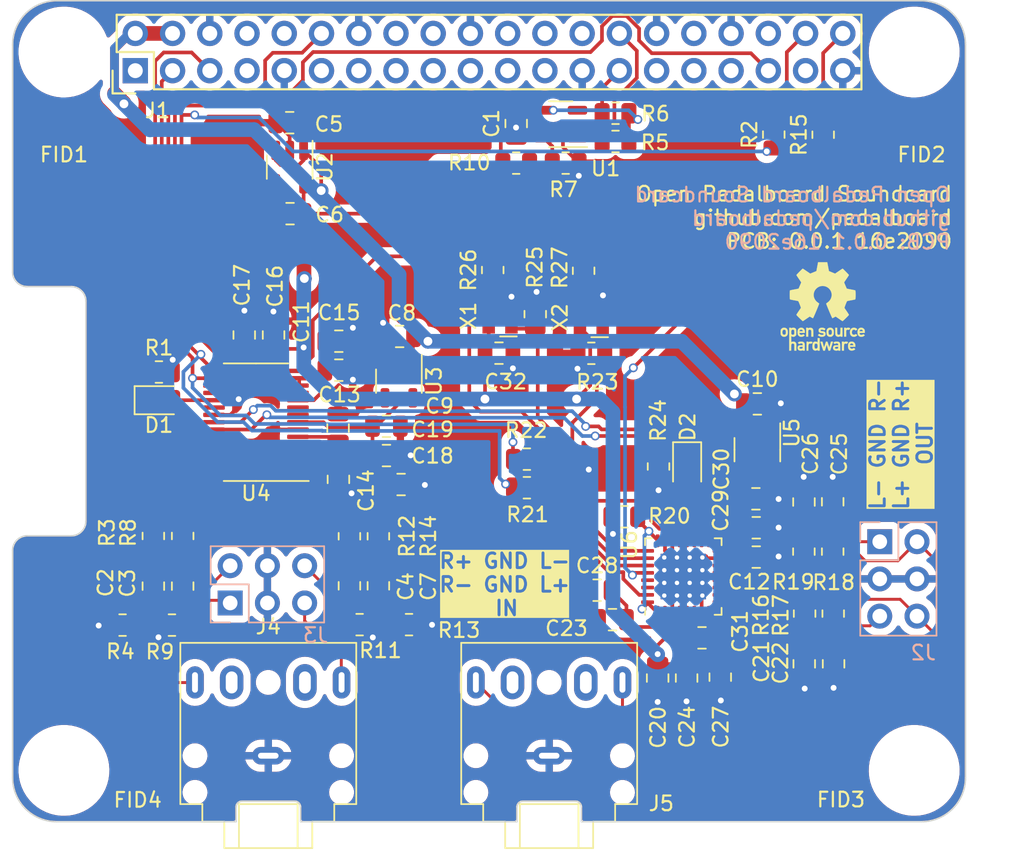
<source format=kicad_pcb>
(kicad_pcb (version 20221018) (generator pcbnew)
  (title_block (title "Open Pedalboard Soundcard") (date "2023-12-19") (rev "0.0.1") (company "github.com/pedalboard") (comment 1 "Source Code: https://github.com/pedalboard/pedalboard-hw") (comment 2 "License: CERN Open Hardware Licence Version 2 - Permissive") (comment 3 "git hash: ${GIT_HASH}"))
  (layers (0 "F.Cu" signal) (31 "B.Cu" signal) (34 "B.Paste" user) (35 "F.Paste" user) (36 "B.SilkS" user "B.Silkscreen") (37 "F.SilkS" user "F.Silkscreen") (38 "B.Mask" user) (39 "F.Mask" user) (44 "Edge.Cuts" user))
  (net 0 "")
  (net 1 "Board_0-+5V")
  (net 2 "Board_0-/ADC/inl+")
  (net 3 "Board_0-/ADC/inl-")
  (net 4 "Board_0-/ADC/inr+")
  (net 5 "Board_0-/ADC/inr-")
  (net 6 "Board_0-/DAC/outl+")
  (net 7 "Board_0-/DAC/outl-")
  (net 8 "Board_0-/DAC/outr+")
  (net 9 "Board_0-/DAC/outr-")
  (net 10 "Board_0-/ID_SC")
  (net 11 "Board_0-/ID_SD")
  (net 12 "Board_0-DIN")
  (net 13 "Board_0-DOUT")
  (net 14 "Board_0-GND")
  (net 15 "Board_0-Net-(C2-Pad1)")
  (net 16 "Board_0-Net-(C3-Pad1)")
  (net 17 "Board_0-Net-(C4-Pad1)")
  (net 18 "Board_0-Net-(C7-Pad1)")
  (net 19 "Board_0-Net-(D1-A)")
  (net 20 "Board_0-Net-(D1-K)")
  (net 21 "Board_0-Net-(D2-A)")
  (net 22 "Board_0-Net-(D2-K)")
  (net 23 "Board_0-Net-(J1-BCM21_SCLK_PCM_DO)")
  (net 24 "Board_0-Net-(U1-WP)")
  (net 25 "Board_0-Net-(U4-DOUT)")
  (net 26 "Board_0-Net-(U4-LDO)")
  (net 27 "Board_0-Net-(U4-VINL1{slash}VIN1P)")
  (net 28 "Board_0-Net-(U4-VINL2{slash}VIN1M)")
  (net 29 "Board_0-Net-(U4-VINR1{slash}VIN2P)")
  (net 30 "Board_0-Net-(U4-VINR2{slash}VIN2M)")
  (net 31 "Board_0-Net-(U4-VREF)")
  (net 32 "Board_0-Net-(U6-ADR1)")
  (net 33 "Board_0-Net-(U6-BCK)")
  (net 34 "Board_0-Net-(U6-CAPM)")
  (net 35 "Board_0-Net-(U6-CAPP)")
  (net 36 "Board_0-Net-(U6-GPIO3)")
  (net 37 "Board_0-Net-(U6-GPIO6)")
  (net 38 "Board_0-Net-(U6-LDOO)")
  (net 39 "Board_0-Net-(U6-LRCK)")
  (net 40 "Board_0-Net-(U6-OUTLN)")
  (net 41 "Board_0-Net-(U6-OUTLP)")
  (net 42 "Board_0-Net-(U6-OUTRN)")
  (net 43 "Board_0-Net-(U6-OUTRP)")
  (net 44 "Board_0-Net-(U6-VNEG)")
  (net 45 "Board_0-Net-(X1-OUT)")
  (net 46 "Board_0-Net-(X2-OUT)")
  (net 47 "Board_0-VDD")
  (net 48 "Board_0-VDDA")
  (net 49 "Board_0-VDDF")
  (net 50 "Board_0-master_clk")
  (net 51 "Board_0-micbias")
  (net 52 "Board_0-pcm_clk")
  (net 53 "Board_0-pcm_fs")
  (net 54 "Board_0-scl")
  (net 55 "Board_0-sda")
  (net 56 "Board_0-unconnected-(J1-3.3V-Pad1)")
  (net 57 "Board_0-unconnected-(J1-3.3V-Pad17)")
  (net 58 "Board_0-unconnected-(J1-BCM10_MOSI-Pad19)")
  (net 59 "Board_0-unconnected-(J1-BCM11_SCLK-Pad23)")
  (net 60 "Board_0-unconnected-(J1-BCM12_PWM0-Pad32)")
  (net 61 "Board_0-unconnected-(J1-BCM13_PWM1-Pad33)")
  (net 62 "Board_0-unconnected-(J1-BCM14_TXD-Pad8)")
  (net 63 "Board_0-unconnected-(J1-BCM15_RXD-Pad10)")
  (net 64 "Board_0-unconnected-(J1-BCM16-Pad36)")
  (net 65 "Board_0-unconnected-(J1-BCM17-Pad11)")
  (net 66 "Board_0-unconnected-(J1-BCM22-Pad15)")
  (net 67 "Board_0-unconnected-(J1-BCM23-Pad16)")
  (net 68 "Board_0-unconnected-(J1-BCM24-Pad18)")
  (net 69 "Board_0-unconnected-(J1-BCM25-Pad22)")
  (net 70 "Board_0-unconnected-(J1-BCM26-Pad37)")
  (net 71 "Board_0-unconnected-(J1-BCM27-Pad13)")
  (net 72 "Board_0-unconnected-(J1-BCM4_GPCLK0-Pad7)")
  (net 73 "Board_0-unconnected-(J1-BCM5-Pad29)")
  (net 74 "Board_0-unconnected-(J1-BCM6-Pad31)")
  (net 75 "Board_0-unconnected-(J1-BCM7_CE1-Pad26)")
  (net 76 "Board_0-unconnected-(J1-BCM8_CE0-Pad24)")
  (net 77 "Board_0-unconnected-(J1-BCM9_MISO-Pad21)")
  (net 78 "Board_0-unconnected-(J4-PadRN)")
  (net 79 "Board_0-unconnected-(J4-PadTN)")
  (net 80 "Board_0-unconnected-(J5-PadRN)")
  (net 81 "Board_0-unconnected-(J5-PadTN)")
  (net 82 "Board_0-unconnected-(U2-NC-Pad4)")
  (net 83 "Board_0-unconnected-(U3-NC-Pad4)")
  (net 84 "Board_0-unconnected-(U4-GPIO1{slash}INTA{slash}DMIN-Pad21)")
  (net 85 "Board_0-unconnected-(U4-GPIO3{slash}INTC-Pad19)")
  (net 86 "Board_0-unconnected-(U4-VINL3{slash}VIN4P-Pad29)")
  (net 87 "Board_0-unconnected-(U4-VINL4{slash}VIN4M-Pad27)")
  (net 88 "Board_0-unconnected-(U4-VINR3{slash}VIN3P-Pad30)")
  (net 89 "Board_0-unconnected-(U4-VINR4{slash}VIN3M-Pad28)")
  (net 90 "Board_0-unconnected-(U4-XI-Pad10)")
  (net 91 "Board_0-unconnected-(U4-XO-Pad9)")
  (net 92 "Board_0-unconnected-(U5-NC-Pad4)")
  (net 93 "Board_0-unconnected-(U6-GPIO5-Pad19)")
  (net 94 "Board_0-unconnected-(U6-NC-Pad29)")
  (net 95 "Board_0-unconnected-(U6-NC-Pad30)")
  (footprint "Resistor_SMD:R_0805_2012Metric" (layer "F.Cu") (at 125.98 45.325)
    (fp_text reference "R1")
    (fp_text value "10K")
  )
  (footprint "Capacitor_SMD:C_0805_2012Metric" (layer "F.Cu") (at 164.27 66.14 90)
    (fp_text reference "C27")
    (fp_text value "1uF16V")
  )
  (footprint "Resistor_SMD:R_0805_2012Metric" (layer "F.Cu") (at 155.475 44.05 180)
    (fp_text reference "R23")
    (fp_text value "10K")
  )
  (footprint "Resistor_SMD:R_0805_2012Metric" (layer "F.Cu") (at 126.87 62.59)
    (fp_text reference "R9")
    (fp_text value "100K")
  )
  (footprint "Capacitor_SMD:C_0805_2012Metric" (layer "F.Cu") (at 142.4 42.9 180)
    (fp_text reference "C8")
    (fp_text value "10uF16V")
  )
  (footprint "LED_SMD:LED_0805_2012Metric" (layer "F.Cu") (at 126.005 47.25)
    (fp_text reference "D1")
    (fp_text value "LED")
  )
  (footprint "Capacitor_SMD:C_0805_2012Metric" (layer "F.Cu") (at 169.98 54.1925 90)
    (fp_text reference "C26")
    (fp_text value "2,2nF50V")
  )
  (footprint "pedalboard-soundcard:Pin_Header_Straight_2x20" (layer "F.Cu") (at 148.5 23.5 90)
    (fp_text reference "J1")
    (fp_text value "RPi_GPIO")
  )
  (footprint "Resistor_SMD:R_0805_2012Metric" (layer "F.Cu") (at 157.725 55.2 180)
    (fp_text reference "R20")
    (fp_text value "10K")
  )
  (footprint "Capacitor_SMD:C_0805_2012Metric" (layer "F.Cu") (at 133.8 42.8 90)
    (fp_text reference "C16")
    (fp_text value "100nF25V")
  )
  (footprint "Capacitor_SMD:C_0805_2012Metric" (layer "F.Cu") (at 166.7 53.975 180)
    (fp_text reference "C30")
    (fp_text value "1uF16V")
  )
  (footprint "Fiducial:Fiducial_0.75mm_Mask1.5mm" (layer "F.Cu") (at 124.5 72.5)
    (fp_text reference "FID4")
    (fp_text value "Fiducial")
  )
  (footprint "Capacitor_SMD:C_0805_2012Metric" (layer "F.Cu") (at 141.5 49.025)
    (fp_text reference "C9")
    (fp_text value "10uF16V")
  )
  (footprint "Resistor_SMD:R_0805_2012Metric" (layer "F.Cu") (at 160.06 51.77 90)
    (fp_text reference "R24")
    (fp_text value "10K")
  )
  (footprint "Package_SO:TSSOP-30_4.4x7.8mm_P0.5mm" (layer "F.Cu") (at 132.6 48.75 180)
    (fp_text reference "U4")
    (fp_text value "PCM1863DBT")
  )
  (footprint "pedalboard-soundcard:Oscillator_SMD_Abracon_ASDMB-4Pin_2.5x2.0mm" (layer "F.Cu") (at 149.25 41.55 90)
    (fp_text reference "X1")
    (fp_text value "22.5792Mhz")
  )
  (footprint "Resistor_SMD:R_0805_2012Metric" (layer "F.Cu") (at 154.95 38.42 90)
    (fp_text reference "R27")
    (fp_text value "100R")
  )
  (footprint "pedalboard-soundcard:RPi_Hat_Mounting_Hole" (layer "F.Cu") (at 177.5 23.5)
    (fp_text reference "H4" hide)
    (fp_text value "MountingHole" hide)
  )
  (footprint "Capacitor_SMD:C_0805_2012Metric" (layer "F.Cu") (at 141.5 51.025)
    (fp_text reference "C19")
    (fp_text value "100nF25V")
  )
  (footprint "Capacitor_SMD:C_0805_2012Metric" (layer "F.Cu") (at 163.025 63.46 180)
    (fp_text reference "C31")
    (fp_text value "1uF16V")
  )
  (footprint "Resistor_SMD:R_0805_2012Metric" (layer "F.Cu") (at 148.75 38.37 90)
    (fp_text reference "R26")
    (fp_text value "100R")
  )
  (footprint "Resistor_SMD:R_0805_2012Metric" (layer "F.Cu") (at 140.95 56.53 -90)
    (fp_text reference "R14")
    (fp_text value "100R")
  )
  (footprint "Fiducial:Fiducial_0.75mm_Mask1.5mm" (layer "F.Cu") (at 177.5 28.5)
    (fp_text reference "FID2")
    (fp_text value "Fiducial")
  )
  (footprint "Resistor_SMD:R_0805_2012Metric" (layer "F.Cu") (at 127.6 56.51 -90)
    (fp_text reference "R8")
    (fp_text value "100R")
  )
  (footprint "Resistor_SMD:R_0805_2012Metric" (layer "F.Cu") (at 150.35 31.075)
    (fp_text reference "R10")
    (fp_text value "3K9")
  )
  (footprint "Package_TO_SOT_SMD:SOT-23-5" (layer "F.Cu") (at 134.9 31.35 -90)
    (fp_text reference "U2")
    (fp_text value "NCP163")
  )
  (footprint "pedalboard-soundcard:RPi_Hat_Mounting_Hole" (layer "F.Cu") (at 119.5 23.5)
    (fp_text reference "H3" hide)
    (fp_text value "MountingHole" hide)
  )
  (footprint "Capacitor_SMD:C_0805_2012Metric" (layer "F.Cu") (at 166.725 57.95)
    (fp_text reference "C12")
    (fp_text value "10uF16V")
  )
  (footprint "Capacitor_SMD:C_0805_2012Metric" (layer "F.Cu") (at 138.25 43.225)
    (fp_text reference "C15")
    (fp_text value "10uF16V")
  )
  (footprint "pedalboard-soundcard:RPi_Hat_Mounting_Hole" (layer "F.Cu") (at 119.5 72.5)
    (fp_text reference "H1" hide)
    (fp_text value "MountingHole" hide)
  )
  (footprint "Connector_Audio:Jack_3.5mm_CUI_SJ1-3525N_Horizontal" (layer "F.Cu") (at 133.44 71.5)
    (fp_text reference "J4")
    (fp_text value "Audio_Jack")
  )
  (footprint "Capacitor_SMD:C_0805_2012Metric" (layer "F.Cu") (at 125.6 59.93 -90)
    (fp_text reference "C2")
    (fp_text value "10uF16V")
  )
  (footprint "Connector_Audio:Jack_3.5mm_CUI_SJ1-3525N_Horizontal" (layer "F.Cu") (at 152.6 71.5)
    (fp_text reference "J5")
    (fp_text value "Audio_Jack")
  )
  (footprint "Resistor_SMD:R_0805_2012Metric" (layer "F.Cu") (at 139.67 62.56 180)
    (fp_text reference "R11")
    (fp_text value "100K")
  )
  (footprint "Capacitor_SMD:C_0805_2012Metric" (layer "F.Cu") (at 170 65.23 -90)
    (fp_text reference "C21")
    (fp_text value "2,2nF50V")
  )
  (footprint "Resistor_SMD:R_0805_2012Metric" (layer "F.Cu") (at 125.6 56.51 -90)
    (fp_text reference "R3")
    (fp_text value "100R")
  )
  (footprint "pedalboard-soundcard:RPi_Hat_Mounting_Hole" (layer "F.Cu") (at 177.5 72.5)
    (fp_text reference "H2" hide)
    (fp_text value "MountingHole" hide)
  )
  (footprint "Package_TO_SOT_SMD:SOT-23-5" (layer "F.Cu") (at 166.8 50.625 -90)
    (fp_text reference "U5")
    (fp_text value "NCP163")
  )
  (footprint "Resistor_SMD:R_0805_2012Metric" (layer "F.Cu") (at 123.5 62.59)
    (fp_text reference "R4")
    (fp_text value "100K")
  )
  (footprint "Capacitor_SMD:C_0805_2012Metric" (layer "F.Cu") (at 142.5 53)
    (fp_text reference "C18")
    (fp_text value "1uF16V")
  )
  (footprint "Capacitor_SMD:C_0805_2012Metric" (layer "F.Cu") (at 149.175 44.04)
    (fp_text reference "C32")
    (fp_text value "100nF25V")
  )
  (footprint "Capacitor_SMD:C_0805_2012Metric" (layer "F.Cu") (at 166.725 55.95)
    (fp_text reference "C29")
    (fp_text value "100nF25V")
  )
  (footprint "Capacitor_SMD:C_0805_2012Metric" (layer "F.Cu") (at 138.225 52.65 90)
    (fp_text reference "C14")
    (fp_text value "100nF25V")
  )
  (footprint "Resistor_SMD:R_0805_2012Metric" (layer "F.Cu") (at 170.025 61.805 -90)
    (fp_text reference "R16")
    (fp_text value "470R")
  )
  (footprint "Capacitor_SMD:C_0805_2012Metric" (layer "F.Cu") (at 171.94 54.1775 90)
    (fp_text reference "C25")
    (fp_text value "2,2nF50V")
  )
  (footprint "Capacitor_SMD:C_0805_2012Metric" (layer "F.Cu") (at 127.6 59.93 -90)
    (fp_text reference "C3")
    (fp_text value "10uF16V")
  )
  (footprint "Package_TO_SOT_SMD:SOT-23-5" (layer "F.Cu") (at 153.39 28.42 180)
    (fp_text reference "U1")
    (fp_text value "AT24CS01-STUM")
  )
  (footprint "pedalboard-soundcard:Oscillator_SMD_Abracon_ASDMB-4Pin_2.5x2.0mm" (layer "F.Cu") (at 155.475 41.6 90)
    (fp_text reference "X2")
    (fp_text value "24.576Mhz")
  )
  (footprint "LED_SMD:LED_0805_2012Metric" (layer "F.Cu") (at 162.01 51.8 -90)
    (fp_text reference "D2")
    (fp_text value "LED")
  )
  (footprint "Package_TO_SOT_SMD:SOT-23-5" (layer "F.Cu") (at 142.35 45.95 -90)
    (fp_text reference "U3")
    (fp_text value "NCP163")
  )
  (footprint "Resistor_SMD:R_0805_2012Metric" (layer "F.Cu") (at 143.04 62.56 180)
    (fp_text reference "R13")
    (fp_text value "100K")
  )
  (footprint "Resistor_SMD:R_0805_2012Metric" (layer "F.Cu") (at 157.125 29.6)
    (fp_text reference "R5")
    (fp_text value "3K9")
  )
  (footprint "Resistor_SMD:R_0805_2012Metric" (layer "F.Cu") (at 167.92 29.13 90)
    (fp_text reference "R2")
    (fp_text value "100R")
  )
  (footprint "Capacitor_SMD:C_0805_2012Metric" (layer "F.Cu") (at 138.975 59.91 -90)
    (fp_text reference "C4")
    (fp_text value "10uF16V")
  )
  (footprint "Symbol:OSHW-Logo_5.7x6mm_SilkScreen" (layer "F.Cu") (at 171.25 40.85)
    (fp_text reference "SYM1" hide)
    (fp_text value "Logo_Open_Hardware_Small" hide)
  )
  (footprint "Capacitor_SMD:C_0805_2012Metric" (layer "F.Cu") (at 131.8 42.8 90)
    (fp_text reference "C17")
    (fp_text value "1uF16V")
  )
  (footprint "Capacitor_SMD:C_0805_2012Metric" (layer "F.Cu") (at 134.9 28.32 180)
    (fp_text reference "C5")
    (fp_text value "10uF16V")
  )
  (footprint "Resistor_SMD:R_0805_2012Metric" (layer "F.Cu") (at 171.975 61.805 -90)
    (fp_text reference "R17")
    (fp_text value "470R")
  )
  (footprint "Resistor_SMD:R_0805_2012Metric" (layer "F.Cu") (at 157.125 27.675)
    (fp_text reference "R6")
    (fp_text value "3K9")
  )
  (footprint "Capacitor_SMD:C_0805_2012Metric" (layer "F.Cu") (at 166.8 47.5)
    (fp_text reference "C10")
    (fp_text value "10uF16V")
  )
  (footprint "Capacitor_SMD:C_0805_2012Metric" (layer "F.Cu") (at 155.87 60.21)
    (fp_text reference "C28")
    (fp_text value "100nF25V")
  )
  (footprint "Resistor_SMD:R_0805_2012Metric" (layer "F.Cu") (at 171.29 29.14 90)
    (fp_text reference "R15")
    (fp_text value "100R")
  )
  (footprint "Fiducial:Fiducial_0.75mm_Mask1.5mm" (layer "F.Cu") (at 119.5 28.5)
    (fp_text reference "FID1")
    (fp_text value "Fiducial")
  )
  (footprint "Capacitor_SMD:C_0805_2012Metric" (layer "F.Cu") (at 161.975 66.2 90)
    (fp_text reference "C24")
    (fp_text value "1uF16V")
  )
  (footprint "pedalboard-soundcard:HVQFN-32-1EP_5x5mm_P0.5mm_EP3.1x3.1mm_ThermalVias" (layer "F.Cu") (at 161.75 59.277 90)
    (fp_text reference "U6")
    (fp_text value "PCM5242RHBR")
  )
  (footprint "Resistor_SMD:R_0805_2012Metric" (layer "F.Cu") (at 153.725 31.075)
    (fp_text reference "R7")
    (fp_text value "3K9")
  )
  (footprint "Resistor_SMD:R_0805_2012Metric" (layer "F.Cu") (at 151.08 51.27)
    (fp_text reference "R22")
    (fp_text value "100R")
  )
  (footprint "Fiducial:Fiducial_0.75mm_Mask1.5mm" (layer "F.Cu") (at 172.5 72.5)
    (fp_text reference "FID3")
    (fp_text value "Fiducial")
  )
  (footprint "Capacitor_SMD:C_0805_2012Metric" (layer "F.Cu") (at 134.925 34.525 180)
    (fp_text reference "C6")
    (fp_text value "10uF16V")
  )
  (footprint "Resistor_SMD:R_0805_2012Metric" (layer "F.Cu") (at 169.975 57.5775 90)
    (fp_text reference "R19")
    (fp_text value "470R")
  )
  (footprint "Capacitor_SMD:C_0805_2012Metric" (layer "F.Cu") (at 156.92 62.22)
    (fp_text reference "C23")
    (fp_text value "1uF16V")
  )
  (footprint "Capacitor_SMD:C_0805_2012Metric" (layer "F.Cu") (at 140.95 59.91 -90)
    (fp_text reference "C7")
    (fp_text value "10uF16V")
  )
  (footprint "Capacitor_SMD:C_0805_2012Metric" (layer "F.Cu") (at 138.2 49.15 -90)
    (fp_text reference "C13")
    (fp_text value "1uF16V")
  )
  (footprint "Resistor_SMD:R_0805_2012Metric" (layer "F.Cu") (at 151.08 53.22)
    (fp_text reference "R21")
    (fp_text value "100R")
  )
  (footprint "Capacitor_SMD:C_0805_2012Metric" (layer "F.Cu") (at 172 65.23 -90)
    (fp_text reference "C22")
    (fp_text value "2,2nF50V")
  )
  (footprint "Capacitor_SMD:C_0805_2012Metric" (layer "F.Cu") (at 150.35 28.375 90)
    (fp_text reference "C1")
    (fp_text value "100nF25V")
  )
  (footprint "Capacitor_SMD:C_0805_2012Metric" (layer "F.Cu") (at 160 66.2 90)
    (fp_text reference "C20")
    (fp_text value "100nF25V")
  )
  (footprint "Resistor_SMD:R_0805_2012Metric" (layer "F.Cu") (at 138.975 56.53 -90)
    (fp_text reference "R12")
    (fp_text value "100R")
  )
  (footprint "Capacitor_SMD:C_0805_2012Metric" (layer "F.Cu") (at 138.25 45.2)
    (fp_text reference "C11")
    (fp_text value "100nF25V")
  )
  (footprint "Resistor_SMD:R_0805_2012Metric" (layer "F.Cu") (at 171.94 57.5775 90)
    (fp_text reference "R18")
    (fp_text value "470R")
  )
  (footprint "Resistor_SMD:R_0805_2012Metric" (layer "F.Cu") (at 151.65 41.38 90)
    (fp_text reference "R25")
    (fp_text value "10K")
  )
  (footprint "pedalboard-soundcard:PinSocket_2x03_P2.54mm_Vertical" (layer "B.Cu") (at 130.84 61.08 -90)
    (fp_text reference "J3")
    (fp_text value "Conn_02x03_Odd_Even")
  )
  (footprint "pedalboard-soundcard:PinSocket_2x03_P2.54mm_Vertical" (layer "B.Cu") (at 175.15 56.9 180)
    (fp_text reference "J2")
    (fp_text value "Conn_02x03_Odd_Even")
  )
  (gr_line (start 178.751957 75.904231) (end 178.603895 75.938589) (stroke (width 0.1)) (layer "Edge.Cuts"))
  (gr_line (start 116.627672 21.163682) (end 116.723725 21.045882) (stroke (width 0.1)) (layer "Edge.Cuts"))
  (gr_line (start 180.372327 21.163682) (end 180.46229 21.286195) (stroke (width 0.1)) (layer "Edge.Cuts"))
  (gr_line (start 116.306586 21.678817) (end 116.37696 21.544094) (stroke (width 0.1)) (layer "Edge.Cuts"))
  (gr_line (start 116.798701 39.479529) (end 116.749347 39.468077) (stroke (width 0.1)) (layer "Edge.Cuts"))
  (gr_line (start 116.209224 39.112105) (end 116.179236 39.071268) (stroke (width 0.1)) (layer "Edge.Cuts"))
  (gr_line (start 150.489142 74.748272) (end 150.464532 74.782144) (stroke (width 0.1)) (layer "Edge.Cuts"))
  (gr_line (start 116.015392 22.696495) (end 116.034595 22.545716) (stroke (width 0.1)) (layer "Edge.Cuts"))
  (gr_line (start 131.598188 74.602191) (end 131.556835 74.608741) (stroke (width 0.1)) (layer "Edge.Cuts"))
  (gr_line (start 120.528964 39.651355) (end 120.485301 39.625653) (stroke (width 0.1)) (layer "Edge.Cuts"))
  (gr_line (start 150.758188 74.602191) (end 150.716835 74.608741) (stroke (width 0.1)) (layer "Edge.Cuts"))
  (gr_line (start 154.611585 74.660542) (end 154.576157 74.640878) (stroke (width 0.1)) (layer "Edge.Cuts"))
  (gr_line (start 180.938589 73.603895) (end 180.904231 73.751957) (stroke (width 0.1)) (layer "Edge.Cuts"))
  (gr_line (start 179.183067 20.243126) (end 179.321182 20.306586) (stroke (width 0.1)) (layer "Edge.Cuts"))
  (gr_line (start 180.862417 73.898089) (end 180.813256 74.041915) (stroke (width 0.1)) (layer "Edge.Cuts"))
  (gr_line (start 120.998716 40.44935) (end 120.994869 40.398831) (stroke (width 0.1)) (layer "Edge.Cuts"))
  (gr_line (start 116.933099 20.825621) (end 117.045882 20.723725) (stroke (width 0.1)) (layer "Edge.Cuts"))
  (gr_line (start 120.758758 56.151372) (end 120.790775 56.112105) (stroke (width 0.1)) (layer "Edge.Cuts"))
  (gr_line (start 150.464532 74.782144) (end 150.45359 74.8) (stroke (width 0.1)) (layer "Edge.Cuts"))
  (gr_line (start 135.378922 74.624899) (end 135.359745 74.618344) (stroke (width 0.1)) (layer "Edge.Cuts"))
  (gr_line (start 180.996149 22.848052) (end 181 23) (stroke (width 0.1)) (layer "Edge.Cuts"))
  (gr_line (start 116 38.5) (end 116 23) (stroke (width 0.1)) (layer "Edge.Cuts"))
  (gr_line (start 135.62723 74.899738) (end 135.6151 74.861077) (stroke (width 0.1)) (layer "Edge.Cuts"))
  (gr_line (start 150.656653 74.626568) (end 150.637305 74.634582) (stroke (width 0.1)) (layer "Edge.Cuts"))
  (gr_line (start 180.756873 74.183067) (end 180.693413 74.321182) (stroke (width 0.1)) (layer "Edge.Cuts"))
  (gr_line (start 179.836317 20.627672) (end 179.954117 20.723725) (stroke (width 0.1)) (layer "Edge.Cuts"))
  (gr_line (start 117.678817 20.306586) (end 117.816932 20.243126) (stroke (width 0.1)) (layer "Edge.Cuts"))
  (gr_line (start 120.968077 55.750652) (end 120.979529 55.701298) (stroke (width 0.1)) (layer "Edge.Cuts"))
  (gr_line (start 179.713804 20.537709) (end 179.836317 20.627672) (stroke (width 0.1)) (layer "Edge.Cuts"))
  (gr_line (start 179.586892 75.545932) (end 179.455905 75.623039) (stroke (width 0.1)) (layer "Edge.Cuts"))
  (gr_line (start 118.396104 75.938589) (end 118.248042 75.904231) (stroke (width 0.1)) (layer "Edge.Cuts"))
  (gr_line (start 178.303504 20.015392) (end 178.454283 20.034595) (stroke (width 0.1)) (layer "Edge.Cuts"))
  (gr_line (start 180.693413 21.678817) (end 180.756873 21.816932) (stroke (width 0.1)) (layer "Edge.Cuts"))
  (gr_line (start 150.41363 74.896472) (end 150.404924 74.937426) (stroke (width 0.1)) (layer "Edge.Cuts"))
  (gr_line (start 120.790775 39.887894) (end 120.758758 39.848627) (stroke (width 0.1)) (layer "Edge.Cuts"))
  (gr_line (start 116.471035 56.651355) (end 116.514698 56.625653) (stroke (width 0.1)) (layer "Edge.Cuts"))
  (gr_line (start 150.517157 74.717157) (end 150.502742 74.732348) (stroke (width 0.1)) (layer "Edge.Cuts"))
  (gr_line (start 116.428731 56.679236) (end 116.471035 56.651355) (stroke (width 0.1)) (layer "Edge.Cuts"))
  (gr_line (start 131.29359 74.8) (end 131.274582 74.837305) (stroke (width 0.1)) (layer "Edge.Cuts"))
  (gr_line (start 179.041915 75.813256) (end 178.898089 75.862417) (stroke (width 0.1)) (layer "Edge.Cuts"))
  (gr_line (start 117.816932 20.243126) (end 117.958084 20.186743) (stroke (width 0.1)) (layer "Edge.Cuts"))
  (gr_line (start 120 56.5) (end 120.050649 56.498716) (stroke (width 0.1)) (layer "Edge.Cuts"))
  (gr_line (start 131.357157 74.717157) (end 131.342742 74.732348) (stroke (width 0.1)) (layer "Edge.Cuts"))
  (gr_line (start 135.599121 74.823842) (end 135.579457 74.788414) (stroke (width 0.1)) (layer "Edge.Cuts"))
  (gr_line (start 116.825621 20.933099) (end 116.933099 20.825621) (stroke (width 0.1)) (layer "Edge.Cuts"))
  (gr_line (start 120.979529 55.701298) (end 120.988468 55.651427) (stroke (width 0.1)) (layer "Edge.Cuts"))
  (gr_line (start 154.728305 74.771492) (end 154.703503 74.739451) (stroke (width 0.1)) (layer "Edge.Cuts"))
  (gr_line (start 179.954117 20.723725) (end 180.0669 20.825621) (stroke (width 0.1)) (layer "Edge.Cuts"))
  (gr_line (start 120.979529 40.298701) (end 120.968077 40.249347) (stroke (width 0.1)) (layer "Edge.Cuts"))
  (gr_line (start 181 23) (end 181 73) (stroke (width 0.1)) (layer "Edge.Cuts"))
  (gr_line (start 120.820763 56.071268) (end 120.848644 56.028964) (stroke (width 0.1)) (layer "Edge.Cuts"))
  (gr_line (start 116.514698 56.625653) (end 116.559605 56.602195) (stroke (width 0.1)) (layer "Edge.Cuts"))
  (gr_line (start 116.37696 21.544094) (end 116.454067 21.413107) (stroke (width 0.1)) (layer "Edge.Cuts"))
  (gr_line (start 180.938589 22.396104) (end 180.965404 22.545716) (stroke (width 0.1)) (layer "Edge.Cuts"))
  (gr_line (start 116.723725 74.954117) (end 116.627672 74.836317) (stroke (width 0.1)) (layer "Edge.Cuts"))
  (gr_line (start 116.898831 39.494869) (end 116.848572 39.488468) (stroke (width 0.1)) (layer "Edge.Cuts"))
  (gr_line (start 116.700636 56.54586) (end 116.749347 56.531922) (stroke (width 0.1)) (layer "Edge.Cuts"))
  (gr_line (start 154.480519 74.608188) (end 154.440467 74.602052) (stroke (width 0.1)) (layer "Edge.Cuts"))
  (gr_line (start 135.515586 74.710082) (end 135.484842 74.683689) (stroke (width 0.1)) (layer "Edge.Cuts"))
  (gr_line (start 116.825621 75.0669) (end 116.723725 74.954117) (stroke (width 0.1)) (layer "Edge.Cuts"))
  (gr_line (start 118.248042 75.904231) (end 118.10191 75.862417) (stroke (width 0.1)) (layer "Edge.Cuts"))
  (gr_line (start 135.320519 74.608188) (end 135.280467 74.602052) (stroke (width 0.1)) (layer "Edge.Cuts"))
  (gr_line (start 120.848644 56.028964) (end 120.874346 55.985301) (stroke (width 0.1)) (layer "Edge.Cuts"))
  (gr_line (start 180.996149 73.151947) (end 180.984607 73.303504) (stroke (width 0.1)) (layer "Edge.Cuts"))
  (gr_line (start 150.696472 74.61363) (end 150.656653 74.626568) (stroke (width 0.1)) (layer "Edge.Cuts"))
  (gr_line (start 131.556835 74.608741) (end 131.536472 74.61363) (stroke (width 0.1)) (layer "Edge.Cuts"))
  (gr_line (start 120.688966 56.224792) (end 120.724792 56.188966) (stroke (width 0.1)) (layer "Edge.Cuts"))
  (gr_line (start 118.396104 20.06141) (end 118.545716 20.034595) (stroke (width 0.1)) (layer "Edge.Cuts"))
  (gr_line (start 116.102195 38.940394) (end 116.081042 38.894355) (stroke (width 0.1)) (layer "Edge.Cuts"))
  (gr_line (start 117.163682 20.627672) (end 117.286195 20.537709) (stroke (width 0.1)) (layer "Edge.Cuts"))
  (gr_line (start 131.25363 74.896472) (end 131.244924 74.937426) (stroke (width 0.1)) (layer "Edge.Cuts"))
  (gr_line (start 150.637305 74.634582) (end 150.6 74.65359) (stroke (width 0.1)) (layer "Edge.Cuts"))
  (gr_line (start 179.183067 75.756873) (end 179.041915 75.813256) (stroke (width 0.1)) (layer "Edge.Cuts"))
  (gr_line (start 120.250652 56.468077) (end 120.299363 56.454139) (stroke (width 0.1)) (layer "Edge.Cuts"))
  (gr_line (start 118.696495 75.984607) (end 118.545716 75.965404) (stroke (width 0.1)) (layer "Edge.Cuts"))
  (gr_line (start 154.4 74.6) (end 150.8 74.6) (stroke (width 0.1)) (layer "Edge.Cuts"))
  (gr_line (start 116.749347 56.531922) (end 116.798701 56.52047) (stroke (width 0.1)) (layer "Edge.Cuts"))
  (gr_line (start 135.64 75) (end 135.637947 74.959532) (stroke (width 0.1)) (layer "Edge.Cuts"))
  (gr_line (start 116.04586 38.799363) (end 116.031922 38.750652) (stroke (width 0.1)) (layer "Edge.Cuts"))
  (gr_line (start 120.050649 39.501283) (end 120 39.5) (stroke (width 0.1)) (layer "Edge.Cuts"))
  (gr_line (start 120.201298 39.52047) (end 120.151427 39.511531) (stroke (width 0.1)) (layer "Edge.Cuts"))
  (gr_line (start 117.286195 20.537709) (end 117.413107 20.454067) (stroke (width 0.1)) (layer "Edge.Cuts"))
  (gr_line (start 154.628507 74.671694) (end 154.611585 74.660542) (stroke (width 0.1)) (layer "Edge.Cuts"))
  (gr_line (start 116.306586 74.321182) (end 116.243126 74.183067) (stroke (width 0.1)) (layer "Edge.Cuts"))
  (gr_line (start 120.918957 40.105644) (end 120.897804 40.059605) (stroke (width 0.1)) (layer "Edge.Cuts"))
  (gr_line (start 180.174378 20.933099) (end 180.276274 21.045882) (stroke (width 0.1)) (layer "Edge.Cuts"))
  (gr_line (start 116.06141 22.396104) (end 116.095768 22.248042) (stroke (width 0.1)) (layer "Edge.Cuts"))
  (gr_line (start 131.44 74.65359) (end 131.404886 74.676393) (stroke (width 0.1)) (layer "Edge.Cuts"))
  (gr_line (start 120.485301 56.374346) (end 120.528964 56.348644) (stroke (width 0.1)) (layer "Edge.Cuts"))
  (gr_line (start 116.454067 74.586892) (end 116.37696 74.455905) (stroke (width 0.1)) (layer "Edge.Cuts"))
  (gr_line (start 135.24 74.6) (end 131.64 74.6) (stroke (width 0.1)) (layer "Edge.Cuts"))
  (gr_line (start 120.201298 56.479529) (end 120.250652 56.468077) (stroke (width 0.1)) (layer "Edge.Cuts"))
  (gr_line (start 116.011531 57.348572) (end 116.02047 57.298701) (stroke (width 0.1)) (layer "Edge.Cuts"))
  (gr_line (start 179.713804 75.46229) (end 179.586892 75.545932) (stroke (width 0.1)) (layer "Edge.Cuts"))
  (gr_line (start 120.440394 39.602195) (end 120.394355 39.581042) (stroke (width 0.1)) (layer "Edge.Cuts"))
  (gr_line (start 180.965404 73.454283) (end 180.938589 73.603895) (stroke (width 0.1)) (layer "Edge.Cuts"))
  (gr_line (start 154.644842 74.683689) (end 154.628507 74.671694) (stroke (width 0.1)) (layer "Edge.Cuts"))
  (gr_line (start 181 73) (end 180.996149 73.151947) (stroke (width 0.1)) (layer "Edge.Cuts"))
  (gr_line (start 154.703503 74.739451) (end 154.675586 74.710082) (stroke (width 0.1)) (layer "Edge.Cuts"))
  (gr_line (start 117.678817 75.693413) (end 117.544094 75.623039) (stroke (width 0.1)) (layer "Edge.Cuts"))
  (gr_line (start 180.623039 21.544094) (end 180.693413 21.678817) (stroke (width 0.1)) (layer "Edge.Cuts"))
  (gr_line (start 117.163682 75.372327) (end 117.045882 75.276274) (stroke (width 0.1)) (layer "Edge.Cuts"))
  (gr_line (start 118.848052 20.00385) (end 119 20) (stroke (width 0.1)) (layer "Edge.Cuts"))
  (gr_line (start 135.6151 74.861077) (end 135.599121 74.823842) (stroke (width 0.1)) (layer "Edge.Cuts"))
  (gr_line (start 131.342742 74.732348) (end 131.316393 74.764886) (stroke (width 0.1)) (layer "Edge.Cuts"))
  (gr_line (start 120.250652 39.531922) (end 120.201298 39.52047) (stroke (width 0.1)) (layer "Edge.Cuts"))
  (gr_line (start 154.797947 74.959532) (end 154.791811 74.91948) (stroke (width 0.1)) (layer "Edge.Cuts"))
  (gr_line (start 120.612105 39.709224) (end 120.571268 39.679236) (stroke (width 0.1)) (layer "Edge.Cuts"))
  (gr_line (start 116.062247 57.152694) (end 116.081042 57.105644) (stroke (width 0.1)) (layer "Edge.Cuts"))
  (gr_line (start 116.798701 56.52047) (end 116.848572 56.511531) (stroke (width 0.1)) (layer "Edge.Cuts"))
  (gr_line (start 116.387894 39.290775) (end 116.348627 39.258758) (stroke (width 0.1)) (layer "Edge.Cuts"))
  (gr_line (start 121 40.5) (end 120.998716 40.44935) (stroke (width 0.1)) (layer "Edge.Cuts"))
  (gr_line (start 116.001283 57.44935) (end 116.00513 57.398831) (stroke (width 0.1)) (layer "Edge.Cuts"))
  (gr_line (start 150.6 74.65359) (end 150.564886 74.676393) (stroke (width 0.1)) (layer "Edge.Cuts"))
  (gr_line (start 116 73) (end 116 57.5) (stroke (width 0.1)) (layer "Edge.Cuts"))
  (gr_line (start 180.276274 74.954117) (end 180.174378 75.0669) (stroke (width 0.1)) (layer "Edge.Cuts"))
  (gr_line (start 131.244924 74.937426) (end 131.242191 74.958188) (stroke (width 0.1)) (layer "Edge.Cuts"))
  (gr_line (start 120.954139 55.799363) (end 120.968077 55.750652) (stroke (width 0.1)) (layer "Edge.Cuts"))
  (gr_line (start 120.528964 56.348644) (end 120.571268 56.320763) (stroke (width 0.1)) (layer "Edge.Cuts"))
  (gr_line (start 180.813256 74.041915) (end 180.756873 74.183067) (stroke (width 0.1)) (layer "Edge.Cuts"))
  (gr_line (start 121 55.5) (end 121 40.5) (stroke (width 0.1)) (layer "Edge.Cuts"))
  (gr_line (start 116.537709 21.286195) (end 116.627672 21.163682) (stroke (width 0.1)) (layer "Edge.Cuts"))
  (gr_line (start 118.10191 20.137582) (end 118.248042 20.095768) (stroke (width 0.1)) (layer "Edge.Cuts"))
  (gr_line (start 117.544094 75.623039) (end 117.413107 75.545932) (stroke (width 0.1)) (layer "Edge.Cuts"))
  (gr_line (start 120.968077 40.249347) (end 120.954139 40.200636) (stroke (width 0.1)) (layer "Edge.Cuts"))
  (gr_line (start 131.266568 74.856653) (end 131.25363 74.896472) (stroke (width 0.1)) (layer "Edge.Cuts"))
  (gr_line (start 154.538922 74.624899) (end 154.519745 74.618344) (stroke (width 0.1)) (layer "Edge.Cuts"))
  (gr_line (start 180.174378 75.0669) (end 180.0669 75.174378) (stroke (width 0.1)) (layer "Edge.Cuts"))
  (gr_line (start 120.347305 39.562247) (end 120.299363 39.54586) (stroke (width 0.1)) (layer "Edge.Cuts"))
  (gr_line (start 150.8 74.6) (end 150.758188 74.602191) (stroke (width 0.1)) (layer "Edge.Cuts"))
  (gr_line (start 180.904231 73.751957) (end 180.862417 73.898089) (stroke (width 0.1)) (layer "Edge.Cuts"))
  (gr_line (start 116.428731 39.320763) (end 116.387894 39.290775) (stroke (width 0.1)) (layer "Edge.Cuts"))
  (gr_line (start 150.434582 74.837305) (end 150.426568 74.856653) (stroke (width 0.1)) (layer "Edge.Cuts"))
  (gr_line (start 116.933099 75.174378) (end 116.825621 75.0669) (stroke (width 0.1)) (layer "Edge.Cuts"))
  (gr_line (start 179.836317 75.372327) (end 179.713804 75.46229) (stroke (width 0.1)) (layer "Edge.Cuts"))
  (gr_line (start 116.652694 56.562247) (end 116.700636 56.54586) (stroke (width 0.1)) (layer "Edge.Cuts"))
  (gr_line (start 116.00513 57.398831) (end 116.011531 57.348572) (stroke (width 0.1)) (layer "Edge.Cuts"))
  (gr_line (start 150.426568 74.856653) (end 150.41363 74.896472) (stroke (width 0.1)) (layer "Edge.Cuts"))
  (gr_line (start 180.545932 21.413107) (end 180.623039 21.544094) (stroke (width 0.1)) (layer "Edge.Cuts"))
  (gr_line (start 116.186743 21.958084) (end 116.243126 21.816932) (stroke (width 0.1)) (layer "Edge.Cuts"))
  (gr_line (start 118.696495 20.015392) (end 118.848052 20.00385) (stroke (width 0.1)) (layer "Edge.Cuts"))
  (gr_line (start 117 56.5) (end 120 56.5) (stroke (width 0.1)) (layer "Edge.Cuts"))
  (gr_line (start 179.954117 75.276274) (end 179.836317 75.372327) (stroke (width 0.1)) (layer "Edge.Cuts"))
  (gr_line (start 135.64 76) (end 135.64 75) (stroke (width 0.1)) (layer "Edge.Cuts"))
  (gr_line (start 180.984607 22.696495) (end 180.996149 22.848052) (stroke (width 0.1)) (layer "Edge.Cuts"))
  (gr_line (start 116.209224 56.887894) (end 116.241241 56.848627) (stroke (width 0.1)) (layer "Edge.Cuts"))
  (gr_line (start 116.749347 39.468077) (end 116.700636 39.454139) (stroke (width 0.1)) (layer "Edge.Cuts"))
  (gr_line (start 131.388272 74.689142) (end 131.357157 74.717157) (stroke (width 0.1)) (layer "Edge.Cuts"))
  (gr_line (start 116.387894 56.709224) (end 116.428731 56.679236) (stroke (width 0.1)) (layer "Edge.Cuts"))
  (gr_line (start 120.758758 39.848627) (end 120.724792 39.811033) (stroke (width 0.1)) (layer "Edge.Cuts"))
  (gr_line (start 120.050649 56.498716) (end 120.101168 56.494869) (stroke (width 0.1)) (layer "Edge.Cuts"))
  (gr_line (start 116.081042 57.105644) (end 116.102195 57.059605) (stroke (width 0.1)) (layer "Edge.Cuts"))
  (gr_line (start 150.402191 74.958188) (end 150.4 75) (stroke (width 0.1)) (layer "Edge.Cuts"))
  (gr_line (start 180.756873 21.816932) (end 180.813256 21.958084) (stroke (width 0.1)) (layer "Edge.Cuts"))
  (gr_line (start 120.988468 40.348572) (end 120.979529 40.298701) (stroke (width 0.1)) (layer "Edge.Cuts"))
  (gr_line (start 116.471035 39.348644) (end 116.428731 39.320763) (stroke (width 0.1)) (layer "Edge.Cuts"))
  (gr_line (start 116.605644 56.581042) (end 116.652694 56.562247) (stroke (width 0.1)) (layer "Edge.Cuts"))
  (gr_line (start 150.4 76) (end 135.64 76) (stroke (width 0.1)) (layer "Edge.Cuts"))
  (gr_line (start 116.00385 22.848052) (end 116.015392 22.696495) (stroke (width 0.1)) (layer "Edge.Cuts"))
  (gr_line (start 135.416157 74.640878) (end 135.378922 74.624899) (stroke (width 0.1)) (layer "Edge.Cuts"))
  (gr_line (start 116.095768 22.248042) (end 116.137582 22.10191) (stroke (width 0.1)) (layer "Edge.Cuts"))
  (gr_line (start 116.627672 74.836317) (end 116.537709 74.713804) (stroke (width 0.1)) (layer "Edge.Cuts"))
  (gr_line (start 116.275207 56.811033) (end 116.311033 56.775207) (stroke (width 0.1)) (layer "Edge.Cuts"))
  (gr_line (start 178.751957 20.095768) (end 178.898089 20.137582) (stroke (width 0.1)) (layer "Edge.Cuts"))
  (gr_line (start 116.06141 73.603895) (end 116.034595 73.454283) (stroke (width 0.1)) (layer "Edge.Cuts"))
  (gr_line (start 135.451585 74.660542) (end 135.416157 74.640878) (stroke (width 0.1)) (layer "Edge.Cuts"))
  (gr_line (start 120.571268 39.679236) (end 120.528964 39.651355) (stroke (width 0.1)) (layer "Edge.Cuts"))
  (gr_line (start 178.151947 75.996149) (end 178 76) (stroke (width 0.1)) (layer "Edge.Cuts"))
  (gr_line (start 116.348627 56.741241) (end 116.387894 56.709224) (stroke (width 0.1)) (layer "Edge.Cuts"))
  (gr_line (start 117.958084 75.813256) (end 117.816932 75.756873) (stroke (width 0.1)) (layer "Edge.Cuts"))
  (gr_line (start 154.675586 74.710082) (end 154.644842 74.683689) (stroke (width 0.1)) (layer "Edge.Cuts"))
  (gr_line (start 120.485301 39.625653) (end 120.440394 39.602195) (stroke (width 0.1)) (layer "Edge.Cuts"))
  (gr_line (start 178.454283 20.034595) (end 178.603895 20.06141) (stroke (width 0.1)) (layer "Edge.Cuts"))
  (gr_line (start 150.45359 74.8) (end 150.434582 74.837305) (stroke (width 0.1)) (layer "Edge.Cuts"))
  (gr_line (start 117.413107 75.545932) (end 117.286195 75.46229) (stroke (width 0.1)) (layer "Edge.Cuts"))
  (gr_line (start 120.874346 40.014698) (end 120.848644 39.971035) (stroke (width 0.1)) (layer "Edge.Cuts"))
  (gr_line (start 116.081042 38.894355) (end 116.062247 38.847305) (stroke (width 0.1)) (layer "Edge.Cuts"))
  (gr_line (start 135.579457 74.788414) (end 135.568305 74.771492) (stroke (width 0.1)) (layer "Edge.Cuts"))
  (gr_line (start 154.7751 74.861077) (end 154.759121 74.823842) (stroke (width 0.1)) (layer "Edge.Cuts"))
  (gr_line (start 178 76) (end 154.8 76) (stroke (width 0.1)) (layer "Edge.Cuts"))
  (gr_line (start 120.440394 56.397804) (end 120.485301 56.374346) (stroke (width 0.1)) (layer "Edge.Cuts"))
  (gr_line (start 116.186743 74.041915) (end 116.137582 73.898089) (stroke (width 0.1)) (layer "Edge.Cuts"))
  (gr_line (start 154.519745 74.618344) (end 154.480519 74.608188) (stroke (width 0.1)) (layer "Edge.Cuts"))
  (gr_line (start 120.820763 39.928731) (end 120.790775 39.887894) (stroke (width 0.1)) (layer "Edge.Cuts"))
  (gr_line (start 150.564886 74.676393) (end 150.548272 74.689142) (stroke (width 0.1)) (layer "Edge.Cuts"))
  (gr_line (start 116.848572 39.488468) (end 116.798701 39.479529) (stroke (width 0.1)) (layer "Edge.Cuts"))
  (gr_line (start 116.311033 39.224792) (end 116.275207 39.188966) (stroke (width 0.1)) (layer "Edge.Cuts"))
  (gr_line (start 116.151355 39.028964) (end 116.125653 38.985301) (stroke (width 0.1)) (layer "Edge.Cuts"))
  (gr_line (start 116.514698 39.374346) (end 116.471035 39.348644) (stroke (width 0.1)) (layer "Edge.Cuts"))
  (gr_line (start 116.652694 39.437752) (end 116.605644 39.418957) (stroke (width 0.1)) (layer "Edge.Cuts"))
  (gr_line (start 179.455905 75.623039) (end 179.321182 75.693413) (stroke (width 0.1)) (layer "Edge.Cuts"))
  (gr_line (start 116.001283 38.550649) (end 116 38.5) (stroke (width 0.1)) (layer "Edge.Cuts"))
  (gr_line (start 120.101168 56.494869) (end 120.151427 56.488468) (stroke (width 0.1)) (layer "Edge.Cuts"))
  (gr_line (start 154.8 75) (end 154.797947 74.959532) (stroke (width 0.1)) (layer "Edge.Cuts"))
  (gr_line (start 120.998716 55.550649) (end 121 55.5) (stroke (width 0.1)) (layer "Edge.Cuts"))
  (gr_line (start 180.862417 22.10191) (end 180.904231 22.248042) (stroke (width 0.1)) (layer "Edge.Cuts"))
  (gr_line (start 131.24 75) (end 131.24 76) (stroke (width 0.1)) (layer "Edge.Cuts"))
  (gr_line (start 116.00513 38.601168) (end 116.001283 38.550649) (stroke (width 0.1)) (layer "Edge.Cuts"))
  (gr_line (start 118.848052 75.996149) (end 118.696495 75.984607) (stroke (width 0.1)) (layer "Edge.Cuts"))
  (gr_line (start 179.041915 20.186743) (end 179.183067 20.243126) (stroke (width 0.1)) (layer "Edge.Cuts"))
  (gr_line (start 116.095768 73.751957) (end 116.06141 73.603895) (stroke (width 0.1)) (layer "Edge.Cuts"))
  (gr_line (start 131.24 76) (end 119 76) (stroke (width 0.1)) (layer "Edge.Cuts"))
  (gr_line (start 179.321182 75.693413) (end 179.183067 75.756873) (stroke (width 0.1)) (layer "Edge.Cuts"))
  (gr_line (start 135.468507 74.671694) (end 135.451585 74.660542) (stroke (width 0.1)) (layer "Edge.Cuts"))
  (gr_line (start 120.988468 55.651427) (end 120.994869 55.601168) (stroke (width 0.1)) (layer "Edge.Cuts"))
  (gr_line (start 150.548272 74.689142) (end 150.517157 74.717157) (stroke (width 0.1)) (layer "Edge.Cuts"))
  (gr_line (start 178.603895 75.938589) (end 178.454283 75.965404) (stroke (width 0.1)) (layer "Edge.Cuts"))
  (gr_line (start 117.544094 20.37696) (end 117.678817 20.306586) (stroke (width 0.1)) (layer "Edge.Cuts"))
  (gr_line (start 116.94935 56.501283) (end 117 56.5) (stroke (width 0.1)) (layer "Edge.Cuts"))
  (gr_line (start 120.918957 55.894355) (end 120.937752 55.847305) (stroke (width 0.1)) (layer "Edge.Cuts"))
  (gr_line (start 120.151427 39.511531) (end 120.101168 39.50513) (stroke (width 0.1)) (layer "Edge.Cuts"))
  (gr_line (start 116.179236 39.071268) (end 116.151355 39.028964) (stroke (width 0.1)) (layer "Edge.Cuts"))
  (gr_line (start 116.04586 57.200636) (end 116.062247 57.152694) (stroke (width 0.1)) (layer "Edge.Cuts"))
  (gr_line (start 154.739457 74.788414) (end 154.728305 74.771492) (stroke (width 0.1)) (layer "Edge.Cuts"))
  (gr_line (start 180.693413 74.321182) (end 180.623039 74.455905) (stroke (width 0.1)) (layer "Edge.Cuts"))
  (gr_line (start 120.897804 40.059605) (end 120.874346 40.014698) (stroke (width 0.1)) (layer "Edge.Cuts"))
  (gr_line (start 116.605644 39.418957) (end 116.559605 39.397804) (stroke (width 0.1)) (layer "Edge.Cuts"))
  (gr_line (start 116.898831 56.50513) (end 116.94935 56.501283) (stroke (width 0.1)) (layer "Edge.Cuts"))
  (gr_line (start 154.759121 74.823842) (end 154.739457 74.788414) (stroke (width 0.1)) (layer "Edge.Cuts"))
  (gr_line (start 120 39.5) (end 117 39.5) (stroke (width 0.1)) (layer "Edge.Cuts"))
  (gr_line (start 120.897804 55.940394) (end 120.918957 55.894355) (stroke (width 0.1)) (layer "Edge.Cuts"))
  (gr_line (start 180.276274 21.045882) (end 180.372327 21.163682) (stroke (width 0.1)) (layer "Edge.Cuts"))
  (gr_line (start 117.816932 75.756873) (end 117.678817 75.693413) (stroke (width 0.1)) (layer "Edge.Cuts"))
  (gr_line (start 116.125653 57.014698) (end 116.151355 56.971035) (stroke (width 0.1)) (layer "Edge.Cuts"))
  (gr_line (start 180.372327 74.836317) (end 180.276274 74.954117) (stroke (width 0.1)) (layer "Edge.Cuts"))
  (gr_line (start 120.724792 56.188966) (end 120.758758 56.151372) (stroke (width 0.1)) (layer "Edge.Cuts"))
  (gr_line (start 178.898089 20.137582) (end 179.041915 20.186743) (stroke (width 0.1)) (layer "Edge.Cuts"))
  (gr_line (start 120.299363 39.54586) (end 120.250652 39.531922) (stroke (width 0.1)) (layer "Edge.Cuts"))
  (gr_line (start 116 23) (end 116.00385 22.848052) (stroke (width 0.1)) (layer "Edge.Cuts"))
  (gr_line (start 131.477305 74.634582) (end 131.44 74.65359) (stroke (width 0.1)) (layer "Edge.Cuts"))
  (gr_line (start 116.275207 39.188966) (end 116.241241 39.151372) (stroke (width 0.1)) (layer "Edge.Cuts"))
  (gr_line (start 116.37696 74.455905) (end 116.306586 74.321182) (stroke (width 0.1)) (layer "Edge.Cuts"))
  (gr_line (start 116.311033 56.775207) (end 116.348627 56.741241) (stroke (width 0.1)) (layer "Edge.Cuts"))
  (gr_line (start 116.034595 22.545716) (end 116.06141 22.396104) (stroke (width 0.1)) (layer "Edge.Cuts"))
  (gr_line (start 120.790775 56.112105) (end 120.820763 56.071268) (stroke (width 0.1)) (layer "Edge.Cuts"))
  (gr_line (start 178.603895 20.06141) (end 178.751957 20.095768) (stroke (width 0.1)) (layer "Edge.Cuts"))
  (gr_line (start 180.904231 22.248042) (end 180.938589 22.396104) (stroke (width 0.1)) (layer "Edge.Cuts"))
  (gr_line (start 131.316393 74.764886) (end 131.304532 74.782144) (stroke (width 0.1)) (layer "Edge.Cuts"))
  (gr_line (start 120.612105 56.290775) (end 120.651372 56.258758) (stroke (width 0.1)) (layer "Edge.Cuts"))
  (gr_line (start 120.994869 40.398831) (end 120.988468 40.348572) (stroke (width 0.1)) (layer "Edge.Cuts"))
  (gr_line (start 180.813256 21.958084) (end 180.862417 22.10191) (stroke (width 0.1)) (layer "Edge.Cuts"))
  (gr_line (start 131.536472 74.61363) (end 131.496653 74.626568) (stroke (width 0.1)) (layer "Edge.Cuts"))
  (gr_line (start 118.545716 20.034595) (end 118.696495 20.015392) (stroke (width 0.1)) (layer "Edge.Cuts"))
  (gr_line (start 120.299363 56.454139) (end 120.347305 56.437752) (stroke (width 0.1)) (layer "Edge.Cuts"))
  (gr_line (start 117 39.5) (end 116.94935 39.498716) (stroke (width 0.1)) (layer "Edge.Cuts"))
  (gr_line (start 116.559605 56.602195) (end 116.605644 56.581042) (stroke (width 0.1)) (layer "Edge.Cuts"))
  (gr_line (start 116.700636 39.454139) (end 116.652694 39.437752) (stroke (width 0.1)) (layer "Edge.Cuts"))
  (gr_line (start 116.125653 38.985301) (end 116.102195 38.940394) (stroke (width 0.1)) (layer "Edge.Cuts"))
  (gr_line (start 116.031922 57.249347) (end 116.04586 57.200636) (stroke (width 0.1)) (layer "Edge.Cuts"))
  (gr_line (start 150.4 75) (end 150.4 76) (stroke (width 0.1)) (layer "Edge.Cuts"))
  (gr_line (start 131.64 74.6) (end 131.598188 74.602191) (stroke (width 0.1)) (layer "Edge.Cuts"))
  (gr_line (start 135.280467 74.602052) (end 135.24 74.6) (stroke (width 0.1)) (layer "Edge.Cuts"))
  (gr_line (start 180.0669 20.825621) (end 180.174378 20.933099) (stroke (width 0.1)) (layer "Edge.Cuts"))
  (gr_line (start 120.937752 40.152694) (end 120.918957 40.105644) (stroke (width 0.1)) (layer "Edge.Cuts"))
  (gr_line (start 150.502742 74.732348) (end 150.489142 74.748272) (stroke (width 0.1)) (layer "Edge.Cuts"))
  (gr_line (start 116.102195 57.059605) (end 116.125653 57.014698) (stroke (width 0.1)) (layer "Edge.Cuts"))
  (gr_line (start 120.874346 55.985301) (end 120.897804 55.940394) (stroke (width 0.1)) (layer "Edge.Cuts"))
  (gr_line (start 118.10191 75.862417) (end 117.958084 75.813256) (stroke (width 0.1)) (layer "Edge.Cuts"))
  (gr_line (start 154.781655 74.880254) (end 154.7751 74.861077) (stroke (width 0.1)) (layer "Edge.Cuts"))
  (gr_line (start 135.543503 74.739451) (end 135.515586 74.710082) (stroke (width 0.1)) (layer "Edge.Cuts"))
  (gr_line (start 131.404886 74.676393) (end 131.388272 74.689142) (stroke (width 0.1)) (layer "Edge.Cuts"))
  (gr_line (start 116.241241 39.151372) (end 116.209224 39.112105) (stroke (width 0.1)) (layer "Edge.Cuts"))
  (gr_line (start 154.791811 74.91948) (end 154.781655 74.880254) (stroke (width 0.1)) (layer "Edge.Cuts"))
  (gr_line (start 117.413107 20.454067) (end 117.544094 20.37696) (stroke (width 0.1)) (layer "Edge.Cuts"))
  (gr_line (start 116.031922 38.750652) (end 116.02047 38.701298) (stroke (width 0.1)) (layer "Edge.Cuts"))
  (gr_line (start 180.623039 74.455905) (end 180.545932 74.586892) (stroke (width 0.1)) (layer "Edge.Cuts"))
  (gr_line (start 131.242191 74.958188) (end 131.24 75) (stroke (width 0.1)) (layer "Edge.Cuts"))
  (gr_line (start 116.02047 57.298701) (end 116.031922 57.249347) (stroke (width 0.1)) (layer "Edge.Cuts"))
  (gr_line (start 116.137582 73.898089) (end 116.095768 73.751957) (stroke (width 0.1)) (layer "Edge.Cuts"))
  (gr_line (start 116.015392 73.303504) (end 116.00385 73.151947) (stroke (width 0.1)) (layer "Edge.Cuts"))
  (gr_line (start 150.404924 74.937426) (end 150.402191 74.958188) (stroke (width 0.1)) (layer "Edge.Cuts"))
  (gr_line (start 116.011531 38.651427) (end 116.00513 38.601168) (stroke (width 0.1)) (layer "Edge.Cuts"))
  (gr_line (start 120.937752 55.847305) (end 120.954139 55.799363) (stroke (width 0.1)) (layer "Edge.Cuts"))
  (gr_line (start 120.151427 56.488468) (end 120.201298 56.479529) (stroke (width 0.1)) (layer "Edge.Cuts"))
  (gr_line (start 120.651372 56.258758) (end 120.688966 56.224792) (stroke (width 0.1)) (layer "Edge.Cuts"))
  (gr_line (start 178.151947 20.00385) (end 178.303504 20.015392) (stroke (width 0.1)) (layer "Edge.Cuts"))
  (gr_line (start 120.571268 56.320763) (end 120.612105 56.290775) (stroke (width 0.1)) (layer "Edge.Cuts"))
  (gr_line (start 180.46229 74.713804) (end 180.372327 74.836317) (stroke (width 0.1)) (layer "Edge.Cuts"))
  (gr_line (start 179.455905 20.37696) (end 179.586892 20.454067) (stroke (width 0.1)) (layer "Edge.Cuts"))
  (gr_line (start 179.586892 20.454067) (end 179.713804 20.537709) (stroke (width 0.1)) (layer "Edge.Cuts"))
  (gr_line (start 120.394355 39.581042) (end 120.347305 39.562247) (stroke (width 0.1)) (layer "Edge.Cuts"))
  (gr_line (start 116.241241 56.848627) (end 116.275207 56.811033) (stroke (width 0.1)) (layer "Edge.Cuts"))
  (gr_line (start 116.454067 21.413107) (end 116.537709 21.286195) (stroke (width 0.1)) (layer "Edge.Cuts"))
  (gr_line (start 120.101168 39.50513) (end 120.050649 39.501283) (stroke (width 0.1)) (layer "Edge.Cuts"))
  (gr_line (start 116.723725 21.045882) (end 116.825621 20.933099) (stroke (width 0.1)) (layer "Edge.Cuts"))
  (gr_line (start 116.137582 22.10191) (end 116.186743 21.958084) (stroke (width 0.1)) (layer "Edge.Cuts"))
  (gr_line (start 135.484842 74.683689) (end 135.468507 74.671694) (stroke (width 0.1)) (layer "Edge.Cuts"))
  (gr_line (start 116.062247 38.847305) (end 116.04586 38.799363) (stroke (width 0.1)) (layer "Edge.Cuts"))
  (gr_line (start 116.559605 39.397804) (end 116.514698 39.374346) (stroke (width 0.1)) (layer "Edge.Cuts"))
  (gr_line (start 117.286195 75.46229) (end 117.163682 75.372327) (stroke (width 0.1)) (layer "Edge.Cuts"))
  (gr_line (start 178.454283 75.965404) (end 178.303504 75.984607) (stroke (width 0.1)) (layer "Edge.Cuts"))
  (gr_line (start 117.958084 20.186743) (end 118.10191 20.137582) (stroke (width 0.1)) (layer "Edge.Cuts"))
  (gr_line (start 116.537709 74.713804) (end 116.454067 74.586892) (stroke (width 0.1)) (layer "Edge.Cuts"))
  (gr_line (start 116.00385 73.151947) (end 116 73) (stroke (width 0.1)) (layer "Edge.Cuts"))
  (gr_line (start 178 20) (end 178.151947 20.00385) (stroke (width 0.1)) (layer "Edge.Cuts"))
  (gr_line (start 116.034595 73.454283) (end 116.015392 73.303504) (stroke (width 0.1)) (layer "Edge.Cuts"))
  (gr_line (start 180.0669 75.174378) (end 179.954117 75.276274) (stroke (width 0.1)) (layer "Edge.Cuts"))
  (gr_line (start 150.716835 74.608741) (end 150.696472 74.61363) (stroke (width 0.1)) (layer "Edge.Cuts"))
  (gr_line (start 180.965404 22.545716) (end 180.984607 22.696495) (stroke (width 0.1)) (layer "Edge.Cuts"))
  (gr_line (start 116 57.5) (end 116.001283 57.44935) (stroke (width 0.1)) (layer "Edge.Cuts"))
  (gr_line (start 120.394355 56.418957) (end 120.440394 56.397804) (stroke (width 0.1)) (layer "Edge.Cuts"))
  (gr_line (start 120.954139 40.200636) (end 120.937752 40.152694) (stroke (width 0.1)) (layer "Edge.Cuts"))
  (gr_line (start 120.994869 55.601168) (end 120.998716 55.550649) (stroke (width 0.1)) (layer "Edge.Cuts"))
  (gr_line (start 154.576157 74.640878) (end 154.538922 74.624899) (stroke (width 0.1)) (layer "Edge.Cuts"))
  (gr_line (start 119 76) (end 118.848052 75.996149) (stroke (width 0.1)) (layer "Edge.Cuts"))
  (gr_line (start 116.348627 39.258758) (end 116.311033 39.224792) (stroke (width 0.1)) (layer "Edge.Cuts"))
  (gr_line (start 131.274582 74.837305) (end 131.266568 74.856653) (stroke (width 0.1)) (layer "Edge.Cuts"))
  (gr_line (start 120.848644 39.971035) (end 120.820763 39.928731) (stroke (width 0.1)) (layer "Edge.Cuts"))
  (gr_line (start 178.303504 75.984607) (end 178.151947 75.996149) (stroke (width 0.1)) (layer "Edge.Cuts"))
  (gr_line (start 117.045882 75.276274) (end 116.933099 75.174378) (stroke (width 0.1)) (layer "Edge.Cuts"))
  (gr_line (start 135.631811 74.91948) (end 135.62723 74.899738) (stroke (width 0.1)) (layer "Edge.Cuts"))
  (gr_line (start 180.984607 73.303504) (end 180.965404 73.454283) (stroke (width 0.1)) (layer "Edge.Cuts"))
  (gr_line (start 135.568305 74.771492) (end 135.543503 74.739451) (stroke (width 0.1)) (layer "Edge.Cuts"))
  (gr_line (start 116.179236 56.928731) (end 116.209224 56.887894) (stroke (width 0.1)) (layer "Edge.Cuts"))
  (gr_line (start 179.321182 20.306586) (end 179.455905 20.37696) (stroke (width 0.1)) (layer "Edge.Cuts"))
  (gr_line (start 120.347305 56.437752) (end 120.394355 56.418957) (stroke (width 0.1)) (layer "Edge.Cuts"))
  (gr_line (start 131.304532 74.782144) (end 131.29359 74.8) (stroke (width 0.1)) (layer "Edge.Cuts"))
  (gr_line (start 120.724792 39.811033) (end 120.688966 39.775207) (stroke (width 0.1)) (layer "Edge.Cuts"))
  (gr_line (start 120.688966 39.775207) (end 120.651372 39.741241) (stroke (width 0.1)) (layer "Edge.Cuts"))
  (gr_line (start 116.94935 39.498716) (end 116.898831 39.494869) (stroke (width 0.1)) (layer "Edge.Cuts"))
  (gr_line (start 135.359745 74.618344) (end 135.320519 74.608188) (stroke (width 0.1)) (layer "Edge.Cuts"))
  (gr_line (start 135.637947 74.959532) (end 135.631811 74.91948) (stroke (width 0.1)) (layer "Edge.Cuts"))
  (gr_line (start 154.440467 74.602052) (end 154.4 74.6) (stroke (width 0.1)) (layer "Edge.Cuts"))
  (gr_line (start 117.045882 20.723725) (end 117.163682 20.627672) (stroke (width 0.1)) (layer "Edge.Cuts"))
  (gr_line (start 120.651372 39.741241) (end 120.612105 39.709224) (stroke (width 0.1)) (layer "Edge.Cuts"))
  (gr_line (start 118.545716 75.965404) (end 118.396104 75.938589) (stroke (width 0.1)) (layer "Edge.Cuts"))
  (gr_line (start 180.545932 74.586892) (end 180.46229 74.713804) (stroke (width 0.1)) (layer "Edge.Cuts"))
  (gr_line (start 116.243126 21.816932) (end 116.306586 21.678817) (stroke (width 0.1)) (layer "Edge.Cuts"))
  (gr_line (start 118.248042 20.095768) (end 118.396104 20.06141) (stroke (width 0.1)) (layer "Edge.Cuts"))
  (gr_line (start 178.898089 75.862417) (end 178.751957 75.904231) (stroke (width 0.1)) (layer "Edge.Cuts"))
  (gr_line (start 116.243126 74.183067) (end 116.186743 74.041915) (stroke (width 0.1)) (layer "Edge.Cuts"))
  (gr_line (start 154.8 76) (end 154.8 75) (stroke (width 0.1)) (layer "Edge.Cuts"))
  (gr_line (start 116.02047 38.701298) (end 116.011531 38.651427) (stroke (width 0.1)) (layer "Edge.Cuts"))
  (gr_line (start 116.151355 56.971035) (end 116.179236 56.928731) (stroke (width 0.1)) (layer "Edge.Cuts"))
  (gr_line (start 116.848572 56.511531) (end 116.898831 56.50513) (stroke (width 0.1)) (layer "Edge.Cuts"))
  (gr_line (start 180.46229 21.286195) (end 180.545932 21.413107) (stroke (width 0.1)) (layer "Edge.Cuts"))
  (gr_line (start 131.496653 74.626568) (end 131.477305 74.634582) (stroke (width 0.1)) (layer "Edge.Cuts"))
  (gr_line (start 119 20) (end 178 20) (stroke (width 0.1)) (layer "Edge.Cuts"))
  (gr_text "Open Pedalboard Soundcard\ngithub.com/pedalboard\nPCB: 0.0.1 16e2090" (at 180.05 37.04) (layer "B.SilkS") (effects (font (size 1 1)) (justify left bottom mirror)))
  (gr_text "L- GND R-\nL+ GND R+\n    OUT" (at 178.81 54.82 90) (layer "F.SilkS" knockout) (effects (font (size 1 1) (thickness 0.2) bold) (justify left bottom)))
  (gr_text "Open Pedalboard Soundcard\ngithub.com/pedalboard\nPCB: 0.0.1 16e2090" (at 180.18 36.98) (layer "F.SilkS") (effects (font (size 1 1)) (justify right bottom)))
  (gr_text "R+ GND L-\nR- GND L+\n     IN" (at 145 62.02) (layer "F.SilkS" knockout) (effects (font (size 1 1) (thickness 0.2) bold) (justify left bottom)))
  (segment (start 142.700908 45.8) (end 143.3 45.200908) (width 0.25) (layer "F.Cu") (net 1))
  (segment (start 144.33 43.23) (end 144 42.9) (width 0.25) (layer "F.Cu") (net 1))
  (segment (start 123.595 26.965) (end 122.95 26.32) (width 1) (layer "F.Cu") (net 1))
  (segment (start 122.95 23.275) (end 123.995 22.23) (width 0.6) (layer "F.Cu") (net 1))
  (segment (start 144 42.9) (end 143.35 42.9) (width 0.25) (layer "F.Cu") (net 1))
  (segment (start 135.85 30.2125) (end 135.85 28.275) (width 0.25) (layer "F.Cu") (net 1))
  (segment (start 135.85 30.874999) (end 135.85 30.2125) (width 0.25) (layer "F.Cu") (net 1))
  (segment (start 143.3 44.8125) (end 143.3 42.95) (width 0.25) (layer "F.Cu") (net 1))
  (segment (start 137.0495 31.412) (end 135.85 30.2125) (width 0.25) (layer "F.Cu") (net 1))
  (segment (start 123.595 27.035) (end 123.595 26.965) (width 0.5) (layer "F.Cu") (net 1))
  (segment (start 165.85 49.4875) (end 165.85 47.5) (width 0.25) (layer "F.Cu") (net 1))
  (segment (start 124.37 22.23) (end 126.91 22.23) (width 1) (layer "F.Cu") (net 1))
  (segment (start 143.3 45.200908) (end 143.3 44.8125) (width 0.25) (layer "F.Cu") (net 1))
  (segment (start 141.725001 45.8) (end 142.700908 45.8) (width 0.25) (layer "F.Cu") (net 1))
  (segment (start 143.3 42.95) (end 143.35 42.9) (width 0.25) (layer "F.Cu") (net 1))
  (segment (start 137.0495 32.95) (end 137.0495 31.412) (width 0.25) (layer "F.Cu") (net 1))
  (segment (start 133.95 30.874999) (end 134.275001 31.2) (width 0.25) (layer "F.Cu") (net 1))
  (segment (start 123.995 22.23) (end 124.37 22.23) (width 0.5) (layer "F.Cu") (net 1))
  (segment (start 166.260001 50.56) (end 167.25 50.56) (width 0.25) (layer "F.Cu") (net 1))
  (segment (start 135.524999 31.2) (end 135.85 30.874999) (width 0.25) (layer "F.Cu") (net 1))
  (segment (start 122.95 26.32) (end 122.95 23.275) (width 0.6) (layer "F.Cu") (net 1))
  (segment (start 165.85 47.44) (end 165.85 47.5) (width 0.25) (layer "F.Cu") (net 1))
  (segment (start 134.275001 31.2) (end 135.524999 31.2) (width 0.25) (layer "F.Cu") (net 1))
  (segment (start 165.235 46.825) (end 165.85 47.44) (width 0.25) (layer "F.Cu") (net 1))
  (segment (start 133.95 30.2125) (end 133.95 30.874999) (width 0.25) (layer "F.Cu") (net 1))
  (segment (start 167.25 50.56) (end 167.75 50.06) (width 0.25) (layer "F.Cu") (net 1))
  (segment (start 141.4 44.8125) (end 141.4 45.474999) (width 0.25) (layer "F.Cu") (net 1))
  (segment (start 165.85 49.4875) (end 165.85 50.149999) (width 0.25) (layer "F.Cu") (net 1))
  (segment (start 165.85 50.149999) (end 166.260001 50.56) (width 0.25) (layer "F.Cu") (net 1))
  (segment (start 167.75 50.06) (end 167.75 49.4875) (width 0.25) (layer "F.Cu") (net 1))
  (segment (start 141.4 45.474999) (end 141.725001 45.8) (width 0.25) (layer "F.Cu") (net 1))
  (via (at 165.235 46.825) (size 1) (drill 0.6) (layers "F.Cu" "B.Cu") (net 1))
  (via (at 123.595 27.035) (size 1) (drill 0.6) (layers "F.Cu" "B.Cu") (net 1))
  (via (at 144.33 43.23) (size 1) (drill 0.6) (layers "F.Cu" "B.Cu") (net 1))
  (via (at 137.0495 32.95) (size 1) (drill 0.6) (layers "F.Cu" "B.Cu") (net 1))
  (segment (start 123.9764 22.23) (end 122.95 23.2564) (width 0.6) (layer "B.Cu") (net 1))
  (segment (start 142.36 38.68) (end 132.47 28.79) (width 1) (layer "B.Cu") (net 1))
  (segment (start 142.36 41.26) (end 142.36 38.68) (width 1) (layer "B.Cu") (net 1))
  (segment (start 124.37 22.23) (end 124.0936 22.5064) (width 0.5) (layer "B.Cu") (net 1))
  (segment (start 132.47 28.79) (end 125.35 28.79) (width 1) (layer "B.Cu") (net 1))
  (segment (start 125.35 28.79) (end 123.595 27.035) (width 1) (layer "B.Cu") (net 1))
  (segment (start 161.64 43.23) (end 165.235 46.825) (width 1) (layer "B.Cu") (net 1))
  (segment (start 122.95 23.2564) (end 122.95 26.39) (width 0.6) (layer "B.Cu") (net 1))
  (segment (start 122.95 26.39) (end 125.37 28.81) (width 1) (layer "B.Cu") (net 1))
  (segment (start 144.33 43.23) (end 142.36 41.26) (width 1) (layer "B.Cu") (net 1))
  (segment (start 124.37 22.23) (end 123.9764 22.23) (width 0.5) (layer "B.Cu") (net 1))
  (segment (start 144.33 43.23) (end 161.64 43.23) (width 1) (layer "B.Cu") (net 1))
  (segment (start 140.95 60.86) (end 140.785256 60.86) (width 0.2) (layer "F.Cu") (net 2))
  (segment (start 138.57 63.56) (end 138.42 63.71) (width 0.2) (layer "F.Cu") (net 2))
  (segment (start 139.254744 63.56) (end 138.57 63.56) (width 0.2) (layer "F.Cu") (net 2))
  (segment (start 139.57 62.075256) (end 139.57 63.244744) (width 0.2) (layer "F.Cu") (net 2))
  (segment (start 138.57 63.56) (end 137.18 63.56) (width 0.2) (layer "F.Cu") (net 2))
  (segment (start 140.95 60.86) (end 142.1275 62.0375) (width 0.2) (layer "F.Cu") (net 2))
  (segment (start 138.42 63.71) (end 138.42 66.5) (width 0.2) (layer "F.Cu") (net 2))
  (segment (start 142.1275 62.0375) (end 142.1275 62.56) (width 0.2) (layer "F.Cu") (net 2))
  (segment (start 139.57 63.244744) (end 139.254744 63.56) (width 0.2) (layer "F.Cu") (net 2))
  (segment (start 140.785256 60.86) (end 139.57 62.075256) (width 0.2) (layer "F.Cu") (net 2))
  (segment (start 135.92 62.3) (end 135.92 61.08) (width 0.2) (layer "F.Cu") (net 2))
  (segment (start 137.18 63.56) (end 135.92 62.3) (width 0.2) (layer "F.Cu") (net 2))
  (segment (start 135.92 58.54) (end 138.24 60.86) (width 0.2) (layer "F.Cu") (net 3))
  (segment (start 138.975 62.3425) (end 138.7575 62.56) (width 0.2) (layer "F.Cu") (net 3))
  (segment (start 138.975 60.86) (end 138.975 62.3425) (width 0.2) (layer "F.Cu") (net 3))
  (segment (start 138.38 61) (end 138.975 61) (width 0.2) (layer "F.Cu") (net 3))
  (segment (start 138.24 60.86) (end 138.975 60.86) (width 0.2) (layer "F.Cu") (net 3))
  (segment (start 125.6 60.9) (end 126.62 59.88) (width 0.2) (layer "F.Cu") (net 4))
  (segment (start 124.4125 62.59) (end 124.4125 64.0825) (width 0.2) (layer "F.Cu") (net 4))
  (segment (start 124.4125 62.0675) (end 124.4125 62.59) (width 0.2) (layer "F.Cu") (net 4))
  (segment (start 126.62 59.88) (end 129.5 59.88) (width 0.2) (layer "F.Cu") (net 4))
  (segment (start 124.4125 64.0825) (end 126.84 66.51) (width 0.2) (layer "F.Cu") (net 4))
  (segment (start 125.6 60.88) (end 124.4125 62.0675) (width 0.2) (layer "F.Cu") (net 4))
  (segment (start 129.5 59.88) (end 130.84 58.54) (width 0.2) (layer "F.Cu") (net 4))
  (segment (start 126.84 66.51) (end 128.44 66.51) (width 0.2) (layer "F.Cu") (net 4))
  (segment (start 130.66 60.9) (end 130.84 61.08) (width 0.2) (layer "F.Cu") (net 5))
  (segment (start 127.6 62.4375) (end 127.6 60.9) (width 0.2) (layer "F.Cu") (net 5))
  (segment (start 127.6 60.9) (end 130.66 60.9) (width 0.2) (layer "F.Cu") (net 5))
  (segment (start 157.6 66.5) (end 157.6 68.8) (width 0.2) (layer "F.Cu") (net 6))
  (segment (start 170.8425 61.82) (end 170.025 62.6375) (width 0.2) (layer "F.Cu") (net 6))
  (segment (start 179.322157 64.192157) (end 179.322157 63.612157) (width 0.2) (layer "F.Cu") (net 6))
  (segment (start 177.69 61.98) (end 176.54 60.83) (width 0.2) (layer "F.Cu") (net 6))
  (segment (start 173.984314 69.53) (end 179.322157 64.192157) (width 0.2) (layer "F.Cu") (net 6))
  (segment (start 170.025 64.255) (end 170 64.28) (width 0.2) (layer "F.Cu") (net 6))
  (segment (start 158.33 69.53) (end 173.984314 69.53) (width 0.2) (layer "F.Cu") (net 6))
  (segment (start 157.6 68.8) (end 158.33 69.53) (width 0.2) (layer "F.Cu") (net 6))
  (segment (start 179.322157 63.612157) (end 177.69 61.98) (width 0.2) (layer "F.Cu") (net 6))
  (segment (start 176.54 60.83) (end 173.59 60.83) (width 0.2) (layer "F.Cu") (net 6))
  (segment (start 170.025 62.7175) (end 170.025 64.255) (width 0.2) (layer "F.Cu") (net 6))
  (segment (start 172.6 61.82) (end 170.8425 61.82) (width 0.2) (layer "F.Cu") (net 6))
  (segment (start 173.59 60.83) (end 172.6 61.82) (width 0.2) (layer "F.Cu") (net 6))
  (segment (start 174.4925 62.6375) (end 175.15 61.98) (width 0.2) (layer "F.Cu") (net 7))
  (segment (start 171.975 64.255) (end 172 64.28) (width 0.2) (layer "F.Cu") (net 7))
  (segment (start 171.975 62.7175) (end 171.975 64.255) (width 0.2) (layer "F.Cu") (net 7))
  (segment (start 171.975 62.6375) (end 174.4925 62.6375) (width 0.2) (layer "F.Cu") (net 7))
  (segment (start 174.149999 69.93) (end 158.164314 69.93) (width 0.2) (layer "F.Cu") (net 8))
  (segment (start 177.69 56.9) (end 180.05 59.26) (width 0.2) (layer "F.Cu") (net 8))
  (segment (start 174.15 58.2) (end 176.39 58.2) (width 0.2) (layer "F.Cu") (net 8))
  (segment (start 180.05 59.26) (end 180.05 64.03) (width 0.2) (layer "F.Cu") (net 8))
  (segment (start 157.224314 68.99) (end 150.09 68.99) (width 0.2) (layer "F.Cu") (net 8))
  (segment (start 169.98 55.41) (end 169.98 56.9275) (width 0.2) (layer "F.Cu") (net 8))
  (segment (start 169.98 56.9275) (end 169.975 56.9325) (width 0.2) (layer "F.Cu") (net 8))
  (segment (start 158.164314 69.93) (end 157.224314 68.99) (width 0.2) (layer "F.Cu") (net 8))
  (segment (start 169.975 56.9325) (end 170.5925 57.55) (width 0.2) (layer "F.Cu") (net 8))
  (segment (start 150.09 68.99) (end 147.6 66.5) (width 0.2) (layer "F.Cu") (net 8))
  (segment (start 170.5925 57.55) (end 173.5 57.55) (width 0.2) (layer "F.Cu") (net 8))
  (segment (start 180.05 64.03) (end 174.149999 69.93) (width 0.2) (layer "F.Cu") (net 8))
  (segment (start 173.5 57.55) (end 174.15 58.2) (width 0.2) (layer "F.Cu") (net 8))
  (segment (start 176.39 58.2) (end 177.69 56.9) (width 0.2) (layer "F.Cu") (net 8))
  (segment (start 172.175 56.9) (end 175.15 56.9) (width 0.2) (layer "F.Cu") (net 9))
  (segment (start 171.94 55.395) (end 171.94 56.665) (width 0.2) (layer "F.Cu") (net 9))
  (segment (start 171.94 56.665) (end 172.175 56.9) (width 0.2) (layer "F.Cu") (net 9))
  (segment (start 158.5786 23.4186) (end 157.39 22.23) (width 0.25) (layer "F.Cu") (net 10))
  (segment (start 157.05 26.790935) (end 158.5786 25.262335) (width 0.25) (layer "F.Cu") (net 10))
  (segment (start 154.5275 29.37) (end 155.9825 29.37) (width 0.25) (layer "F.Cu") (net 10))
  (segment (start 155.9825 29.37) (end 156.1875 29.575) (width 0.25) (layer "F.Cu") (net 10))
  (segment (start 157.05 28.7125) (end 157.05 26.790935) (width 0.25) (layer "F.Cu") (net 10))
  (segment (start 158.5786 25.262335) (end 158.5786 23.4186) (width 0.25) (layer "F.Cu") (net 10))
  (segment (start 156.1875 29.575) (end 157.05 28.7125) (width 0.25) (layer "F.Cu") (net 10))
  (segment (start 156.2125 26.5925) (end 156.2125 27.675) (width 0.25) (layer "F.Cu") (net 11))
  (segment (start 156.0075 27.47) (end 156.2125 27.675) (width 0.25) (layer "F.Cu") (net 11))
  (segment (start 154.5275 27.47) (end 156.0075 27.47) (width 0.25) (layer "F.Cu") (net 11))
  (segment (start 156.2 25.96) (end 156.2 26.58) (width 0.25) (layer "F.Cu") (net 11))
  (segment (start 157.39 24.77) (end 156.2 25.96) (width 0.25) (layer "F.Cu") (net 11))
  (segment (start 156.2 26.58) (end 156.2125 26.5925) (width 0.25) (layer "F.Cu") (net 11))
  (segment (start 159.275001 59.026937) (end 158.433063 59.026937) (width 0.25) (layer "F.Cu") (net 12))
  (segment (start 158.34 45.04) (end 171.29 32.09) (width 0.25) (layer "F.Cu") (net 12))
  (segment (start 171.29 32.09) (end 171.29 30.0525) (width 0.25) (layer "F.Cu") (net 12))
  (segment (start 158.433063 59.026937) (end 158.28 59.18) (width 0.25) (layer "F.Cu") (net 12))
  (via (at 158.28 59.18) (size 0.6) (drill 0.4) (layers "F.Cu" "B.Cu") (net 12))
  (via (at 158.34 45.04) (size 0.6) (drill 0.4) (layers "F.Cu" "B.Cu") (net 12))
  (segment (start 157.77 45.61) (end 158.34 45.04) (width 0.25) (layer "B.Cu") (net 12))
  (segment (start 157.775 47.718274) (end 157.77 47.713274) (width 0.25) (layer "B.Cu") (net 12))
  (segment (start 158.28 59.18) (end 157.775 58.675) (width 0.25) (layer "B.Cu") (net 12))
  (segment (start 157.775 58.675) (end 157.775 47.718274) (width 0.25) (layer "B.Cu") (net 12))
  (segment (start 157.77 47.713274) (end 157.77 45.61) (width 0.25) (layer "B.Cu") (net 12))
  (segment (start 168.81 23.51) (end 168.81 26.63) (width 0.25) (layer "F.Cu") (net 13))
  (segment (start 170.09 22.23) (end 168.81 23.51) (width 0.25) (layer "F.Cu") (net 13))
  (segment (start 168.81 26.63) (end 167.92 27.52) (width 0.25) (layer "F.Cu") (net 13))
  (segment (start 167.92 27.52) (end 167.92 28.2175) (width 0.25) (layer "F.Cu") (net 13))
  (segment (start 154.5275 28.42) (end 153.865001 28.42) (width 0.25) (layer "F.Cu") (net 14))
  (segment (start 163 61.751999) (end 163 60.527) (width 0.25) (layer "F.Cu") (net 14))
  (segment (start 133.8 41.85) (end 133.8 41.21) (width 0.25) (layer "F.Cu") (net 14))
  (segment (start 150.025 40.725) (end 150.025 40.195) (width 0.25) (layer "F.Cu") (net 14))
  (segment (start 150.35 29.325) (end 150.35 28.66) (width 0.25) (layer "F.Cu") (net 14))
  (segment (start 142.35 43.8) (end 142.35 44.8125) (width 0.25) (layer "F.Cu") (net 14))
  (segment (start 121.9 62.59) (end 121.87 62.62) (width 0.25) (layer "F.Cu") (net 14))
  (segment (start 153.54 29.9775) (end 154.6375 31.075) (width 0.25) (layer "F.Cu") (net 14))
  (segment (start 167.75 47.5) (end 166.8 48.45) (width 0.25) (layer "F.Cu") (net 14))
  (segment (start 135.549948 49.249999) (end 134.150001 49.249999) (width 0.25) (layer "F.Cu") (net 14))
  (segment (start 168.24 55.95) (end 168.25 55.94) (width 0.25) (layer "F.Cu") (net 14))
  (segment (start 140.5825 62.56) (end 140.5825 63.4175) (width 0.25) (layer "F.Cu") (net 14))
  (segment (start 160.9626 57.67077) (end 160.999999 57.633371) (width 0.25) (layer "F.Cu") (net 14))
  (segment (start 156.25 40.12) (end 156.25 40.65) (width 0.25) (layer "F.Cu") (net 14))
  (segment (start 143.135 51.025) (end 143.15 51.01) (width 0.25) (layer "F.Cu") (net 14))
  (segment (start 150.57 28.42) (end 154.5275 28.42) (width 0.25) (layer "F.Cu") (net 14))
  (segment (start 160.999999 61.751999) (end 160.999999 60.027001) (width 0.25) (layer "F.Cu") (net 14))
  (segment (start 150.025 40.195) (end 150.03 40.19) (width 0.25) (layer "F.Cu") (net 14))
  (segment (start 131.360001 47.72) (end 131.38 47.72) (width 0.25) (layer "F.Cu") (net 14))
  (segment (start 160 67.83) (end 160 67.15) (width 0.01) (layer "F.Cu") (net 14))
  (segment (start 139.2 45.84) (end 139.21 45.85) (width 0.25) (layer "F.Cu") (net 14))
  (segment (start 134.9 29.225) (end 133.85 28.175) (width 0.25) (layer "F.Cu") (net 14))
  (segment (start 129.650052 49.750001) (end 128.579999 49.750001) (width 0.25) (layer "F.Cu") (net 14))
  (segment (start 128.5 50.25) (end 129.650052 50.25) (width 0.25) (layer "F.Cu") (net 14))
  (segment (start 128.29 50.04) (end 128.5 50.25) (width 0.25) (layer "F.Cu") (net 14))
  (segment (start 144.6 62.56) (end 144.61 62.57) (width 0.25) (layer "F.Cu") (net 14))
  (segment (start 131.8 41.15) (end 131.81 41.14) (width 0.25) (layer "F.Cu") (net 14))
  (segment (start 160.06 52.6825) (end 160.06 53.39) (width 0.25) (layer "F.Cu") (net 14))
  (segment (start 168.235 53.975) (end 168.25 53.99) (width 0.25) (layer "F.Cu") (net 14))
  (segment (start 161.975 67.15) (end 161.975 67.785) (width 0.01) (layer "F.Cu") (net 14))
  (segment (start 153.54 28.745001) (end 153.54 29.9775) (width 0.25) (layer "F.Cu") (net 14))
  (segment (start 134.150001 49.249999) (end 134.15 49.25) (width 0.25) (layer "F.Cu") (net 14))
  (segment (start 172 66.18) (end 172 66.87) (width 0.25) (layer "F.Cu") (net 14))
  (segment (start 168.36 47.5) (end 168.4 47.46) (width 0.25) (layer "F.Cu") (net 14))
  (segment (start 122.5875 62.59) (end 121.9 62.59) (width 0.25) (layer "F.Cu") (net 14))
  (segment (start 153.865001 28.42) (end 153.54 28.745001) (width 0.25) (layer "F.Cu") (net 14))
  (segment (start 160.999999 57.633371) (end 160.999999 56.802001) (width 0.25) (layer "F.Cu") (net 14))
  (segment (start 164.27 67.69) (end 164.27 67.09) (width 0.25) (layer "F.Cu") (net 14))
  (segment (start 160.999999 60.027001) (end 161.75 59.277) (width 0.25) (layer "F.Cu") (net 14))
  (segment (start 131.8 41.85) (end 131.8 41.15) (width 0.25) (layer "F.Cu") (net 14))
  (segment (start 129.650052 49.750001) (end 131 49.75) (width 0.25) (layer "F.Cu") (net 14))
  (segment (start 135.549948 46.749999) (end 134.150001 46.749999) (width 0.25) (layer "F.Cu") (net 14))
  (segment (start 125.9575 62.59) (end 125.9575 63.4125) (width 0.25) (layer "F.Cu") (net 14))
  (segment (start 134.150001 46.749999) (end 134.15 46.75) (width 0.25) (layer "F.Cu") (net 14))
  (segment (start 151.74 39.86) (end 151.725 39.875) (width 0.01) (layer "F.Cu") (net 14))
  (segment (start 126.8925 45.325) (end 126.8925 44.5175) (width 0.25) (layer "F.Cu") (net 14))
  (segment (start 170 66.18) (end 170 66.89) (width 0.25) (layer "F.Cu") (net 14))
  (segment (start 131.42 47.18) (end 131.360001 47.239999) (width 0.25) (layer "F.Cu") (net 14))
  (segment (start 143.9525 62.56) (end 144.6 62.56) (width 0.25) (layer "F.Cu") (net 14))
  (segment (start 150.35 28.66) (end 150.34 28.65) (width 0.25) (layer "F.Cu") (net 14))
  (segment (start 140.5825 63.4175) (end 140.57 63.43) (width 0.25) (layer "F.Cu") (net 14))
  (segment (start 141.45 42.15) (end 141.27 41.97) (width 0.25) (layer "F.Cu") (net 14))
  (segment (start 164.31 67.73) (end 164.27 67.69) (width 0.25) (layer "F.Cu") (net 14))
  (segment (start 167.75 47.5) (end 168.36 47.5) (width 0.25) (layer "F.Cu") (net 14))
  (segment (start 160.80873 57.5169) (end 160.9626 57.67077) (width 0.25) (layer "F.Cu") (net 14))
  (segment (start 139.2 45.2) (end 139.2 45.84) (width 0.25) (layer "F.Cu") (net 14))
  (segment (start 154.5625 45.0675) (end 154.53 45.1) (width 0.25) (layer "F.Cu") (net 14))
  (segment (start 151.725 39.875) (end 151.725 40.5875) (width 0.01) (layer "F.Cu") (net 14))
  (segment (start 139.2 43.225) (end 139.2 42.32) (width 0.25) (layer "F.Cu") (net 14))
  (segment (start 169.98 52.5) (end 169.98 53.2425) (width 0.25) (layer "F.Cu") (net 14))
  (segment (start 150.34 28.65) (end 150.57 28.42) (width 0.25) (layer "F.Cu") (net 14))
  (segment (start 133.8 41.21) (end 133.79 41.2) (width 0.25) (layer "F.Cu") (net 14))
  (segment (start 161.975 67.785) (end 161.97 67.79) (width 0.01) (layer "F.Cu") (net 14))
  (segment (start 169.96 52.48) (end 169.98 52.5) (width 0.25) (layer "F.Cu") (net 14))
  (segment (start 167.675 57.95) (end 168.21 57.95) (width 0.25) (layer "F.Cu") (net 14))
  (segment (start 144.09 53) (end 144.12 53.03) (width 0.25) (layer "F.Cu") (net 14))
  (segment (start 131 50.25) (end 129.650052 50.25) (width 0.25) (layer "F.Cu") (net 14))
  (segment (start 154.5625 44.125) (end 154.5625 45.0675) (width 0.25) (layer "F.Cu") (net 14))
  (segment (start 163 58.027) (end 161.75 59.277) (width 0.25) (layer "F.Cu") (net 14))
  (segment (start 167.65 53.975) (end 168.235 53.975) (width 0.25) (layer "F.Cu") (net 14))
  (segment (start 139.12 53.6) (end 138.225 53.6) (width 0.25) (layer "F.Cu") (net 14))
  (segment (start 156.27 40.1) (end 156.25 40.12) (width 0.25) (layer "F.Cu") (net 14))
  (segment (start 168.21 57.95) (end 168.25 57.91) (width 0.25) (layer "F.Cu") (net 14))
  (segment (start 171.94 52.48) (end 171.94 53.2275) (width 0.25) (layer "F.Cu") (net 14))
  (segment (start 154.6375 31.9225) (end 154.62 31.94) (width 0.25) (layer "F.Cu") (net 14))
  (segment (start 150.125 45.075) (end 150.125 44.1) (width 0.25) (layer "F.Cu") (net 14))
  (segment (start 154.6375 31.075) (end 154.6375 31.9225) (width 0.25) (layer "F.Cu") (net 14))
  (segment (start 170 66.89) (end 170.03 66.92) (width 0.25) (layer "F.Cu") (net 14))
  (segment (start 167.675 55.95) (end 168.24 55.95) (width 0.25) (layer "F.Cu") (net 14))
  (segment (start 141.45 42.9) (end 141.45 42.15) (width 0.25) (layer "F.Cu") (net 14))
  (segment (start 142.45 51.025) (end 143.135 51.025) (width 0.25) (layer "F.Cu") (net 14))
  (segment (start 131.360001 47.239999) (end 131.360001 47.72) (width 0.25) (layer "F.Cu") (net 14))
  (segment (start 125.9575 63.4125) (end 125.95 63.42) (width 0.25) (layer "F.Cu") (net 14))
  (segment (start 128.579999 49.750001) (end 128.29 50.04) (width 0.25) (layer "F.Cu") (net 14))
  (segment (start 166.8 48.45) (end 166.8 49.4875) (width 0.25) (layer "F.Cu") (net 14))
  (segment (start 139.2 42.32) (end 139.21 42.31) (width 0.25) (layer "F.Cu") (net 14))
  (segment (start 131.38 47.72) (end 130.849999 48.250001) (width 0.25) (layer "F.Cu") (net 14))
  (segment (start 160.5 56.802001) (end 160.5 57.5169) (width 0.25) (layer "F.Cu") (net 14))
  (segment (start 164.224999 57.526559) (end 164.224999 58.026685) (width 0.25) (layer "F.Cu") (net 14))
  (segment (start 126.8925 44.5175) (end 126.92 44.49) (width 0.25) (layer "F.Cu") (net 14))
  (segment (start 164.1875 58.027) (end 163 58.027) (width 0.25) (layer "F.Cu") (net 14))
  (segment (start 143.45 53) (end 144.09 53) (width 0.25) (layer "F.Cu") (net 14))
  (segment (start 131 49.75) (end 131 50.25) (width 0.25) (layer "F.Cu") (net 14))
  (segment (start 163 60.527) (end 162.183333 59.710333) (width 0.25) (layer "F.Cu") (net 14))
  (segment (start 134.9 30.2125) (end 134.9 29.225) (width 0.25) (layer "F.Cu") (net 14))
  (segment (start 141.45 42.9) (end 142.35 43.8) (width 0.25) (layer "F.Cu") (net 14))
  (segment (start 130.849999 48.250001) (end 129.650052 48.250001) (width 0.25) (layer "F.Cu") (net 14))
  (segment (start 160.5 57.5169) (end 160.80873 57.5169) (width 0.25) (layer "F.Cu") (net 14))
  (via (at 161.97 67.79) (size 0.6) (drill 0.4) (layers "F.Cu" "B.Cu") (net 14))
  (via (at 172 66.87) (size 0.6) (drill 0.4) (layers "F.Cu" "B.Cu") (net 14))
  (via (at 139.21 42.31) (size 0.6) (drill 0.4) (layers "F.Cu" "B.Cu") (net 14))
  (via (at 141.27 41.97) (size 0.6) (drill 0.4) (layers "F.Cu" "B.Cu") (net 14))
  (via (at 154.62 31.94) (size 0.6) (drill 0.4) (layers "F.Cu" "B.Cu") (net 14))
  (via (at 126.92 44.49) (size 0.6) (drill 0.4) (layers "F.Cu" "B.Cu") (net 14))
  (via (at 169.96 52.48) (size 0.6) (drill 0.4) (layers "F.Cu" "B.Cu") (net 14))
  (via (at 143.15 51.01) (size 0.6) (drill 0.4) (layers "F.Cu" "B.Cu") (net 14))
  (via (at 171.94 52.48) (size 0.6) (drill 0.4) (layers "F.Cu" "B.Cu") (net 14))
  (via (at 150.34 28.65) (size 0.6) (drill 0.4) (layers "F.Cu" "B.Cu") (net 14))
  (via (at 140.57 63.43) (size 0.6) (drill 0.4) (layers "F.Cu" "B.Cu") (net 14))
  (via (at 154.53 45.1) (size 0.6) (drill 0.4) (layers "F.Cu" "B.Cu") (net 14))
  (via (at 168.25 53.99) (size 0.6) (drill 0.4) (layers "F.Cu" "B.Cu") (net 14))
  (via (at 139.12 53.6) (size 0.6) (drill 0.4) (layers "F.Cu" "B.Cu") (net 14))
  (via (at 160.06 53.39) (size 0.6) (drill 0.4) (layers "F.Cu" "B.Cu") (net 14))
  (via (at 151.74 39.86) (size 0.6) (drill 0.4) (layers "F.Cu" "B.Cu") (net 14))
  (via (at 121.87 62.62) (size 0.6) (drill 0.4) (layers "F.Cu" "B.Cu") (net 14))
  (via (at 125.95 63.42) (size 0.6) (drill 0.4) (layers "F.Cu" "B.Cu") (net 14))
  (via (at 133.79 41.2) (size 0.6) (drill 0.4) (layers "F.Cu" "B.Cu") (net 14))
  (via (at 155.3 51.98) (size 0.6) (drill 0.4) (layers "F.Cu" "B.Cu") (net 14))
  (via (at 144.12 53.03) (size 0.6) (drill 0.4) (layers "F.Cu" "B.Cu") (net 14))
  (via (at 131.81 41.14) (size 0.6) (drill 0.4) (layers "F.Cu" "B.Cu") (net 14))
  (via (at 150.03 40.19) (size 0.6) (drill 0.4) (layers "F.Cu" "B.Cu") (net 14))
  (via (at 144.61 62.57) (size 0.6) (drill 0.4) (layers "F.Cu" "B.Cu") (net 14))
  (via (at 170.03 66.92) (size 0.6) (drill 0.4) (layers "F.Cu" "B.Cu") (net 14))
  (via (at 156.27 40.1) (size 0.6) (drill 0.4) (layers "F.Cu" "B.Cu") (net 14))
  (via (at 160 67.83) (size 0.6) (drill 0.4) (layers "F.Cu" "B.Cu") (net 14))
  (via (at 150.125 45.075) (size 0.6) (drill 0.4) (layers "F.Cu" "B.Cu") (net 14))
  (via (at 139.21 45.85) (size 0.6) (drill 0.4) (layers "F.Cu" "B.Cu") (net 14))
  (via (at 131.42 47.18) (size 0.6) (drill 0.4) (layers "F.Cu" "B.Cu") (net 14))
  (via (at 164.31 67.73) (size 0.6) (drill 0.4) (layers "F.Cu" "B.Cu") (net 14))
  (via (at 168.25 57.91) (size 0.6) (drill 0.4) (layers "F.Cu" "B.Cu") (net 14))
  (via (at 168.25 55.94) (size 0.6) (drill 0.4) (layers "F.Cu" "B.Cu") (net 14))
  (via (at 168.4 47.46) (size 0.6) (drill 0.4) (layers "F.Cu" "B.Cu") (net 14))
  (segment (start 125.6 59) (end 125.6 57.4625) (width 0.25) (layer "F.Cu") (net 15))
  (segment (start 127.6 59) (end 127.6 57.4625) (width 0.25) (layer "F.Cu") (net 16))
  (segment (start 138.975 58.96) (end 138.975 57.4425) (width 0.25) (layer "F.Cu") (net 17))
  (segment (start 140.95 58.96) (end 140.95 57.4425) (width 0.25) (layer "F.Cu") (net 18))
  (segment (start 126.9425 47.25) (end 129.650052 47.25) (width 0.25) (layer "F.Cu") (net 19))
  (segment (start 125.0675 47.25) (end 125.0675 45.325) (width 0.25) (layer "F.Cu") (net 20))
  (segment (start 162 52.8575) (end 162 56.802001) (width 0.25) (layer "F.Cu") (net 21))
  (segment (start 162.12 52.7375) (end 162 52.8575) (width 0.25) (layer "F.Cu") (net 21))
  (segment (start 160.065 50.8625) (end 160.06 50.8575) (width 0.25) (layer "F.Cu") (net 22))
  (segment (start 162.01 50.8625) (end 160.065 50.8625) (width 0.25) (layer "F.Cu") (net 22))
  (segment (start 171.29 23.57) (end 171.29 28.2275) (width 0.25) (layer "F.Cu") (net 23))
  (segment (start 172.63 22.23) (end 171.29 23.57) (width 0.25) (layer "F.Cu") (net 23))
  (segment (start 152.8125 31.075) (end 152.8125 29.93) (width 0.25) (layer "F.Cu") (net 24))
  (segment (start 152.8125 29.93) (end 152.2525 29.37) (width 0.25) (layer "F.Cu") (net 24))
  (segment (start 151.2625 31.075) (end 152.8125 31.075) (width 0.25) (layer "F.Cu") (net 24))
  (segment (start 127.5214 27.7905) (end 127.5214 41.728636) (width 0.25) (layer "F.Cu") (net 25))
  (segment (start 130.8 46.091802) (end 130.641802 46.25) (width 0.25) (layer "F.Cu") (net 25))
  (segment (start 127.5214 41.728636) (end 130.8 45.007236) (width 0.25) (layer "F.Cu") (net 25))
  (segment (start 130.641802 46.25) (end 129.650052 46.25) (width 0.25) (layer "F.Cu") (net 25))
  (segment (start 130.8 45.007236) (end 130.8 46.091802) (width 0.25) (layer "F.Cu") (net 25))
  (segment (start 128.42 27.7905) (end 127.5214 27.7905) (width 0.25) (layer "F.Cu") (net 25))
  (via (at 128.42 27.7905) (size 0.6) (drill 0.4) (layers "F.Cu" "B.Cu") (net 25))
  (via (at 167.44 30.28) (size 0.6) (drill 0.4) (layers "F.Cu" "B.Cu") (net 25))
  (segment (start 135.126726 30.28) (end 167.44 30.28) (width 0.25) (layer "B.Cu") (net 25))
  (segment (start 132.811726 27.965) (end 135.126726 30.28) (width 0.25) (layer "B.Cu") (net 25))
  (segment (start 128.5945 27.965) (end 132.811726 27.965) (width 0.25) (layer "B.Cu") (net 25))
  (segment (start 128.42 27.7905) (end 128.5945 27.965) (width 0.25) (layer "B.Cu") (net 25))
  (segment (start 136.541696 47.25) (end 135.549948 47.25) (width 0.25) (layer "F.Cu") (net 26))
  (segment (start 137.3 45.2) (end 137.3 46.491696) (width 0.25) (layer "F.Cu") (net 26))
  (segment (start 137.3 43.225) (end 137.3 45.2) (width 0.25) (layer "F.Cu") (net 26))
  (segment (start 137.3 46.491696) (end 136.541696 47.25) (width 0.25) (layer "F.Cu") (net 26))
  (segment (start 139.8925 54.57) (end 137.6499 54.57) (width 0.25) (layer "F.Cu") (net 27))
  (segment (start 136.75 51.55) (end 136.45 51.25) (width 0.25) (layer "F.Cu") (net 27))
  (segment (start 136.45 51.25) (end 135.549948 51.25) (width 0.25) (layer "F.Cu") (net 27))
  (segment (start 137.6499 54.57) (end 136.75 53.6701) (width 0.25) (layer "F.Cu") (net 27))
  (segment (start 136.75 53.6701) (end 136.75 51.55) (width 0.25) (layer "F.Cu") (net 27))
  (segment (start 140.95 55.6275) (end 139.8925 54.57) (width 0.25) (layer "F.Cu") (net 27))
  (segment (start 140.95 55.7375) (end 140.95 55.6275) (width 0.25) (layer "F.Cu") (net 27))
  (segment (start 138.855 55.6175) (end 138.061004 55.6175) (width 0.25) (layer "F.Cu") (net 28))
  (segment (start 138.061004 55.6175) (end 135.549948 53.106444) (width 0.25) (layer "F.Cu") (net 28))
  (segment (start 135.549948 53.106444) (end 135.549948 52.250001) (width 0.25) (layer "F.Cu") (net 28))
  (segment (start 125.6 55.6375) (end 126.4775 54.76) (width 0.25) (layer "F.Cu") (net 29))
  (segment (start 130.548199 54.76) (end 134.5582 50.749999) (width 0.25) (layer "F.Cu") (net 29))
  (segment (start 126.4775 54.76) (end 130.548199 54.76) (width 0.25) (layer "F.Cu") (net 29))
  (segment (start 134.5582 50.749999) (end 135.549948 50.749999) (width 0.25) (layer "F.Cu") (net 29))
  (segment (start 134.194596 51.749999) (end 135.549948 51.749999) (width 0.25) (layer "F.Cu") (net 30))
  (segment (start 128.0275 55.21) (end 130.734595 55.21) (width 0.25) (layer "F.Cu") (net 30))
  (segment (start 130.734595 55.21) (end 134.194596 51.749999) (width 0.25) (layer "F.Cu") (net 30))
  (segment (start 127.6 55.6375) (end 128.0275 55.21) (width 0.25) (layer "F.Cu") (net 30))
  (segment (start 137.849998 49.749998) (end 138.2 50.1) (width 0.25) (layer "F.Cu") (net 31))
  (segment (start 135.549948 49.749998) (end 137.849998 49.749998) (width 0.25) (layer "F.Cu") (net 31))
  (segment (start 159.401382 56.203382) (end 160.000001 56.802001) (width 0.25) (layer "F.Cu") (net 32))
  (segment (start 160.000001 61.751999) (end 159.999559 61.751999) (width 0.25) (layer "F.Cu") (net 32))
  (segment (start 159.401382 56.188618) (end 159.401382 56.203382) (width 0.25) (layer "F.Cu") (net 32))
  (segment (start 159.275001 61.144999) (end 158.93 61.49) (width 0.25) (layer "F.Cu") (net 32))
  (segment (start 159.999559 61.751999) (end 159.275001 61.027441) (width 0.25) (layer "F.Cu") (net 32))
  (segment (start 159.275001 61.027441) (end 159.275001 61.144999) (width 0.25) (layer "F.Cu") (net 32))
  (segment (start 158.6375 55.424736) (end 158.6375 55.325) (width 0.25) (layer "F.Cu") (net 32))
  (segment (start 159.401382 56.188618) (end 158.6375 55.424736) (width 0.25) (layer "F.Cu") (net 32))
  (via (at 158.93 61.49) (size 0.6) (drill 0.4) (layers "F.Cu" "B.Cu") (net 32))
  (via (at 159.401382 56.188618) (size 0.6) (drill 0.4) (layers "F.Cu" "B.Cu") (net 32))
  (segment (start 159.401382 56.188618) (end 159.1 56.49) (width 0.25) (layer "B.Cu") (net 32))
  (segment (start 159.1 56.49) (end 159.1 61.32) (width 0.25) (layer "B.Cu") (net 32))
  (segment (start 159.1 61.32) (end 158.93 61.49) (width 0.25) (layer "B.Cu") (net 32))
  (segment (start 156.870415 58.526811) (end 152.83 54.486396) (width 0.25) (layer "F.Cu") (net 33))
  (segment (start 152.83 52.1075) (end 151.9925 51.27) (width 0.25) (layer "F.Cu") (net 33))
  (segment (start 152.83 54.486396) (end 152.83 52.1075) (width 0.25) (layer "F.Cu") (net 33))
  (segment (start 159.275001 58.526811) (end 156.870415 58.526811) (width 0.25) (layer "F.Cu") (net 33))
  (segment (start 163.5 62.95) (end 163.499999 61.751999) (width 0.25) (layer "F.Cu") (net 34))
  (segment (start 163.975 63.425) (end 163.5 62.95) (width 0.25) (layer "F.Cu") (net 34))
  (segment (start 162.500001 62.999999) (end 162.500001 61.751999) (width 0.25) (layer "F.Cu") (net 35))
  (segment (start 162.075 63.425) (end 162.500001 62.999999) (width 0.25) (layer "F.Cu") (net 35))
  (segment (start 159.57 54.28) (end 159.57 55.474058) (width 0.25) (layer "F.Cu") (net 36))
  (segment (start 160.115942 56.02) (end 161.432998 56.02) (width 0.25) (layer "F.Cu") (net 36))
  (segment (start 156.25 43.9875) (end 156.3875 44.125) (width 0.25) (layer "F.Cu") (net 36))
  (segment (start 161.432998 56.02) (end 161.5 56.087002) (width 0.25) (layer "F.Cu") (net 36))
  (segment (start 159.57 55.474058) (end 160.115942 56.02) (width 0.25) (layer "F.Cu") (net 36))
  (segment (start 154.418452 54.11) (end 159.4 54.11) (width 0.25) (layer "F.Cu") (net 36))
  (segment (start 155.85 47.12) (end 154.18 48.79) (width 0.25) (layer "F.Cu") (net 36))
  (segment (start 159.4 54.11) (end 159.57 54.28) (width 0.25) (layer "F.Cu") (net 36))
  (segment (start 161.5 56.087002) (end 161.5 56.802001) (width 0.25) (layer "F.Cu") (net 36))
  (segment (start 155.85 44.6625) (end 155.85 47.12) (width 0.25) (layer "F.Cu") (net 36))
  (segment (start 154.18 48.79) (end 154.18 53.871548) (width 0.25) (layer "F.Cu") (net 36))
  (segment (start 156.25 42.3) (end 156.25 43.9875) (width 0.25) (layer "F.Cu") (net 36))
  (segment (start 154.18 53.871548) (end 154.418452 54.11) (width 0.25) (layer "F.Cu") (net 36))
  (segment (start 156.3875 44.125) (end 155.85 44.6625) (width 0.25) (layer "F.Cu") (net 36))
  (segment (start 151.82 42.5075) (end 151.82 48.41) (width 0.25) (layer "F.Cu") (net 37))
  (segment (start 151.82 48.41) (end 153.73 50.32) (width 0.25) (layer "F.Cu") (net 37))
  (segment (start 153.73 54.057944) (end 157.198615 57.526559) (width 0.25) (layer "F.Cu") (net 37))
  (segment (start 151.725 42.4125) (end 151.82 42.5075) (width 0.25) (layer "F.Cu") (net 37))
  (segment (start 151.6875 42.375) (end 151.725 42.4125) (width 0.25) (layer "F.Cu") (net 37))
  (segment (start 153.73 50.32) (end 153.73 54.057944) (width 0.25) (layer "F.Cu") (net 37))
  (segment (start 150.025 42.375) (end 151.6875 42.375) (width 0.25) (layer "F.Cu") (net 37))
  (segment (start 157.198615 57.526559) (end 159.275001 57.526559) (width 0.25) (layer "F.Cu") (net 37))
  (segment (start 160.5 62.467) (end 160.247062 62.719938) (width 0.25) (layer "F.Cu") (net 38))
  (segment (start 157.87 62.22) (end 157.87 61.26) (width 0.25) (layer "F.Cu") (net 38))
  (segment (start 160.247062 62.719938) (end 158.369938 62.719938) (width 0.25) (layer "F.Cu") (net 38))
  (segment (start 158.369938 62.719938) (end 157.87 62.22) (width 0.25) (layer "F.Cu") (net 38))
  (segment (start 160.5 61.751999) (end 160.5 62.467) (width 0.25) (layer "F.Cu") (net 38))
  (segment (start 157.87 61.26) (end 156.82 60.21) (width 0.25) (layer "F.Cu") (net 38))
  (segment (start 157.655 59.438884) (end 157.655 58.976811) (width 0.25) (layer "F.Cu") (net 39))
  (segment (start 151.9925 54.285292) (end 151.9925 53.22) (width 0.25) (layer "F.Cu") (net 39))
  (segment (start 156.684019 58.976811) (end 151.9925 54.285292) (width 0.25) (layer "F.Cu") (net 39))
  (segment (start 159.275001 60.527315) (end 158.743431 60.527315) (width 0.25) (layer "F.Cu") (net 39))
  (segment (start 157.655 58.976811) (end 156.684019 58.976811) (width 0.25) (layer "F.Cu") (net 39))
  (segment (start 158.743431 60.527315) (end 157.655 59.438884) (width 0.25) (layer "F.Cu") (net 39))
  (segment (start 171.2175 60.055) (end 171.975 60.8125) (width 0.25) (layer "F.Cu") (net 40))
  (segment (start 164.224999 60.027189) (end 164.25281 60.055) (width 0.25) (layer "F.Cu") (net 40))
  (segment (start 164.25281 60.055) (end 171.2175 60.055) (width 0.25) (layer "F.Cu") (net 40))
  (segment (start 169.739815 60.527315) (end 164.224999 60.527315) (width 0.25) (layer "F.Cu") (net 41))
  (segment (start 170.025 60.8125) (end 169.739815 60.527315) (width 0.25) (layer "F.Cu") (net 41))
  (segment (start 170.902937 59.527063) (end 171.94 58.49) (width 0.25) (layer "F.Cu") (net 42))
  (segment (start 164.224999 59.527063) (end 170.902937 59.527063) (width 0.25) (layer "F.Cu") (net 42))
  (segment (start 169.705563 59.026937) (end 169.975 58.7575) (width 0.25) (layer "F.Cu") (net 43))
  (segment (start 164.224999 59.026937) (end 169.705563 59.026937) (width 0.25) (layer "F.Cu") (net 43))
  (segment (start 164.8 61.602442) (end 164.8 64.66) (width 0.25) (layer "F.Cu") (net 44))
  (segment (start 164.224999 61.027441) (end 164.8 61.602442) (width 0.25) (layer "F.Cu") (net 44))
  (segment (start 164.8 64.66) (end 164.27 65.19) (width 0.25) (layer "F.Cu") (net 44))
  (segment (start 148.475 39.2875) (end 148.5 39.2625) (width 0.25) (layer "F.Cu") (net 45))
  (segment (start 148.475 40.725) (end 148.475 39.2875) (width 0.25) (layer "F.Cu") (net 45))
  (segment (start 154.7 39.3375) (end 154.725 39.3125) (width 0.25) (layer "F.Cu") (net 46))
  (segment (start 154.7 40.65) (end 154.7 39.3375) (width 0.25) (layer "F.Cu") (net 46))
  (segment (start 135.85 34.5) (end 135.875 34.525) (width 0.25) (layer "F.Cu") (net 47))
  (segment (start 135.7505 43.75) (end 135.8505 43.65) (width 0.25) (layer "F.Cu") (net 47))
  (segment (start 161.5 61.751999) (end 162 61.751999) (width 0.25) (layer "F.Cu") (net 47))
  (segment (start 135.875 38.925) (end 135.875 34.525) (width 1) (layer "F.Cu") (net 47))
  (segment (start 135.549948 45.749998) (end 134.558198 45.749998) (width 0.25) (layer "F.Cu") (net 47))
  (segment (start 135.85 32.4875) (end 135.85 34.5) (width 0.25) (layer "F.Cu") (net 47))
  (segment (start 149.4375 31.075) (end 149.3 30.9375) (width 0.25) (layer "F.Cu") (net 47))
  (segment (start 156.95 56.37) (end 156.8125 56.2325) (width 0.25) (layer "F.Cu") (net 47))
  (segment (start 133.8 43.75) (end 131.8 43.75) (width 0.25) (layer "F.Cu") (net 47))
  (segment (start 133.8 44.9918) (end 133.8 43.75) (width 0.25) (layer "F.Cu") (net 47))
  (segment (start 161.5 62.466998) (end 160 63.966998) (width 0.25) (layer "F.Cu") (net 47))
  (segment (start 135.549948 46.25) (end 135.549948 45.749998) (width 0.25) (layer "F.Cu") (net 47))
  (segment (start 158.65 28.1) (end 158.4625 28.1) (width 0.25) (layer "F.Cu") (net 47))
  (segment (start 148.225 44.1) (end 148.225 47.065) (width 0.25) (layer "F.Cu") (net 47))
  (segment (start 133.8 43.75) (end 135.7505 43.75) (width 0.25) (layer "F.Cu") (net 47))
  (segment (start 160 64.57) (end 160 65.25) (width 0.25) (layer "F.Cu") (net 47))
  (segment (start 161.5 61.751999) (end 161.5 62.466998) (width 0.25) (layer "F.Cu") (net 47))
  (segment (start 148.475 43.85) (end 148.225 44.1) (width 0.25) (layer "F.Cu") (net 47))
  (segment (start 150.35 27.425) (end 152.2075 27.425) (width 0.25) (layer "F.Cu") (net 47))
  (segment (start 160 63.966998) (end 160 64.57) (width 0.25) (layer "F.Cu") (net 47))
  (segment (start 141.615 34.525) (end 145.065 31.075) (width 0.25) (layer "F.Cu") (net 47))
  (segment (start 134.558198 45.749998) (end 133.8 44.9918) (width 0.25) (layer "F.Cu") (net 47))
  (segment (start 155.4 46.24) (end 155.4 43) (width 0.25) (layer "F.Cu") (net 47))
  (segment (start 135.875 34.525) (end 141.615 34.525) (width 0.25) (layer "F.Cu") (net 47))
  (segment (start 148.225 47.065) (end 148.24 47.08) (width 0.25) (layer "F.Cu") (net 47))
  (segment (start 154.47 47.17) (end 155.4 46.24) (width 0.25) (layer "F.Cu") (net 47))
  (segment (start 135.9 38.95) (end 135.875 38.925) (width 1) (layer "F.Cu") (net 47))
  (segment (start 161.975 65.25) (end 160 65.25) (width 0.25) (layer "F.Cu") (net 47))
  (segment (start 158.0375 27.675) (end 158.0375 29.55) (width 0.25) (layer "F.Cu") (net 47))
  (segment (start 158.0375 29.55) (end 158.0125 29.575) (width 0.25) (layer "F.Cu") (net 47))
  (segment (start 156.8125 56.2325) (end 156.8125 55.325) (width 0.25) (layer "F.Cu") (net 47))
  (segment (start 152.2075 27.425) (end 152.2525 27.47) (width 0.25) (layer "F.Cu") (net 47))
  (segment (start 148.24 47.08) (end 148.22 47.1) (width 0.25) (layer "F.Cu") (net 47))
  (segment (start 155.4 43) (end 154.7 42.3) (width 0.25) (layer "F.Cu") (net 47))
  (segment (start 149.3 30.9375) (end 149.3 28.475) (width 0.25) (layer "F.Cu") (net 47))
  (segment (start 148.475 42.375) (end 148.475 43.85) (width 0.25) (layer "F.Cu") (net 47))
  (segment (start 148.22 47.1) (end 148.22 47.17) (width 0.25) (layer "F.Cu") (net 47))
  (segment (start 145.065 31.075) (end 149.4375 31.075) (width 0.25) (layer "F.Cu") (net 47))
  (segment (start 152.88 27.47) (end 152.2525 27.47) (width 0.25) (layer "F.Cu") (net 47))
  (segment (start 158.4625 28.1) (end 158.0375 27.675) (width 0.25) (layer "F.Cu") (net 47))
  (segment (start 149.3 28.475) (end 150.35 27.425) (width 0.25) (layer "F.Cu") (net 47))
  (via (at 158.65 28.1) (size 0.6) (drill 0.4) (layers "F.Cu" "B.Cu") (net 47))
  (via (at 135.9 38.95) (size 1) (drill 0.6) (layers "F.Cu" "B.Cu") (net 47))
  (via (at 154.47 47.17) (size 1) (drill 0.6) (layers "F.Cu" "B.Cu") (net 47))
  (via (at 148.22 47.17) (size 1) (drill 0.6) (layers "F.Cu" "B.Cu") (net 47))
  (via (at 135.8505 43.65) (size 0.6) (drill 0.4) (layers "F.Cu" "B.Cu") (net 47))
  (via (at 160 64.57) (size 0.6) (drill 0.4) (layers "F.Cu" "B.Cu") (net 47))
  (via (at 156.95 56.37) (size 0.6) (drill 0.4) (layers "F.Cu" "B.Cu") (net 47))
  (via (at 152.88 27.47) (size 0.6) (drill 0.4) (layers "F.Cu" "B.Cu") (net 47))
  (segment (start 156.95 56.37) (end 156.95 61.56) (width 1) (layer "B.Cu") (net 47))
  (segment (start 135.86 45) (end 138.03 47.17) (width 1) (layer "B.Cu") (net 47))
  (segment (start 156.95 56.37) (end 156.95 48.06) (width 1) (layer "B.Cu") (net 47))
  (segment (start 156.06 47.17) (end 148.22 47.17) (width 1) (layer "B.Cu") (net 47))
  (segment (start 135.9 38.95) (end 135.86 38.99) (width 1) (layer "B.Cu") (net 47))
  (segment (start 156.95 48.06) (end 156.06 47.17) (width 1) (layer "B.Cu") (net 47))
  (segment (start 158.02 27.47) (end 158.65 28.1) (width 0.25) (layer "B.Cu") (net 47))
  (segment (start 156.95 61.56) (end 160 64.61) (width 1) (layer "B.Cu") (net 47))
  (segment (start 135.86 43.65) (end 135.86 45) (width 1) (layer "B.Cu") (net 47))
  (segment (start 152.88 27.47) (end 158.02 27.47) (width 0.25) (layer "B.Cu") (net 47))
  (segment (start 138.03 47.17) (end 148.22 47.17) (width 1) (layer "B.Cu") (net 47))
  (segment (start 160 64.61) (end 160 64.57) (width 1) (layer "B.Cu") (net 47))
  (segment (start 135.86 38.99) (end 135.86 43.65) (width 1) (layer "B.Cu") (net 47))
  (segment (start 135.86 43.65) (end 135.8505 43.65) (width 1) (layer "B.Cu") (net 47))
  (segment (start 165.775 54) (end 165.75 53.975) (width 0.25) (layer "F.Cu") (net 48))
  (segment (start 165.775 55.95) (end 165.775 54) (width 0.25) (layer "F.Cu") (net 48))
  (segment (start 165.198189 58.526811) (end 165.775 57.95) (width 0.25) (layer "F.Cu") (net 48))
  (segment (start 165.775 57.95) (end 165.775 55.95) (width 0.25) (layer "F.Cu") (net 48))
  (segment (start 167.75 51.975) (end 167.75 51.7625) (width 0.25) (layer "F.Cu") (net 48))
  (segment (start 165.75 53.975) (end 167.75 51.975) (width 0.25) (layer "F.Cu") (net 48))
  (segment (start 164.224999 58.526811) (end 165.198189 58.526811) (width 0.25) (layer "F.Cu") (net 48))
  (segment (start 140.55 49.025) (end 140.55 50.65) (width 0.25) (layer "F.Cu") (net 49))
  (segment (start 141.55 52.05) (end 141.55 53) (width 0.25) (layer "F.Cu") (net 49))
  (segment (start 143.3 47.0875) (end 142.738408 47.0875) (width 0.25) (layer "F.Cu") (net 49))
  (segment (start 140.55 51.025) (end 141.05 51.525) (width 0.25) (layer "F.Cu") (net 49))
  (segment (start 140.475 49.1) (end 140.55 49.025) (width 0.25) (layer "F.Cu") (net 49))
  (segment (start 141.05 51.525) (end 141.05 51.55) (width 0.25) (layer "F.Cu") (net 49))
  (segment (start 140.800908 49.025) (end 140.55 49.025) (width 0.25) (layer "F.Cu") (net 49))
  (segment (start 137.55 49.1) (end 140.475 49.1) (width 0.25) (layer "F.Cu") (net 49))
  (segment (start 135.549948 48.75) (end 137.2 48.75) (width 0.25) (layer "F.Cu") (net 49))
  (segment (start 142.738408 47.0875) (end 140.800908 49.025) (width 0.25) (layer "F.Cu") (net 49))
  (segment (start 140.55 50.65) (end 140.925 51.025) (width 0.25) (layer "F.Cu") (net 49))
  (segment (start 141.05 51.55) (end 141.55 52.05) (width 0.25) (layer "F.Cu") (net 49))
  (segment (start 137.2 48.75) (end 137.55 49.1) (width 0.25) (layer "F.Cu") (net 49))
  (segment (start 153.28 50.583604) (end 150.726396 48.03) (width 0.25) (layer "F.Cu") (net 50))
  (segment (start 154.675 37.4375) (end 154.725 37.4875) (width 0.25) (layer "F.Cu") (net 50))
  (segment (start 136.475 44.2375) (end 135.4625 45.25) (width 0.25) (layer "F.Cu") (net 50))
  (segment (start 140.8425 37.4375) (end 136.475 41.805) (width 0.25) (layer "F.Cu") (net 50))
  (segment (start 147.15 47.266727) (end 147.15 37.4375) (width 0.25) (layer "F.Cu") (net 50))
  (segment (start 136.475 41.805) (end 136.475 44.2375) (width 0.25) (layer "F.Cu") (net 50))
  (segment (start 150.726396 48.03) (end 147.913273 48.03) (width 0.25) (layer "F.Cu") (net 50))
  (segment (start 148.5 37.4375) (end 147.15 37.4375) (width 0.25) (layer "F.Cu") (net 50))
  (segment (start 147.15 37.4375) (end 140.8425 37.4375) (width 0.25) (layer "F.Cu") (net 50))
  (segment (start 153.28 54.3) (end 153.28 50.583604) (width 0.25) (layer "F.Cu") (net 50))
  (segment (start 159.275001 58.026685) (end 157.006685 58.026685) (width 0.25) (layer "F.Cu") (net 50))
  (segment (start 148.5 37.4375) (end 154.675 37.4375) (width 0.25) (layer "F.Cu") (net 50))
  (segment (start 157.006685 58.026685) (end 153.28 54.3) (width 0.25) (layer "F.Cu") (net 50))
  (segment (start 147.913273 48.03) (end 147.15 47.266727) (width 0.25) (layer "F.Cu") (net 50))
  (segment (start 136.3 50.25) (end 136.35 50.2) (width 0.25) (layer "F.Cu") (net 51))
  (segment (start 136.35 50.2) (end 136.5 50.2) (width 0.25) (layer "F.Cu") (net 51))
  (segment (start 135.549948 50.25) (end 136.3 50.25) (width 0.25) (layer "F.Cu") (net 51))
  (segment (start 137.4 51.7) (end 138.225 51.7) (width 0.25) (layer "F.Cu") (net 51))
  (segment (start 137.2 50.9) (end 137.2 51.5) (width 0.25) (layer "F.Cu") (net 51))
  (segment (start 137.2 51.5) (end 137.4 51.7) (width 0.25) (layer "F.Cu") (net 51))
  (segment (start 136.5 50.2) (end 137.2 50.9) (width 0.25) (layer "F.Cu") (net 51))
  (segment (start 135.75 23.55) (end 137.07 22.23) (width 0.25) (layer "F.Cu") (net 52))
  (segment (start 128.273503 45.748504) (end 128.273503 44.373503) (width 0.25) (layer "F.Cu") (net 52))
  (segment (start 126.6214 42.7214) (end 126.6214 26.7536) (width 0.25) (layer "F.Cu") (net 52))
  (segment (start 128.275 45.750001) (end 129.650052 45.750001) (width 0.25) (layer "F.Cu") (net 52))
  (segment (start 132.175 26.7) (end 133.225 25.65) (width 0.25) (layer "F.Cu") (net 52))
  (segment (start 150.13 50.11) (end 150.13 51.2325) (width 0.25) (layer "F.Cu") (net 52))
  (segment (start 126.675 26.7) (end 132.175 26.7) (width 0.25) (layer "F.Cu") (net 52))
  (segment (start 133.225 25.65) (end 133.225 24.075) (width 0.25) (layer "F.Cu") (net 52))
  (segment (start 150.13 51.2325) (end 150.1675 51.27) (width 0.25) (layer "F.Cu") (net 52))
  (segment (start 133.75 23.55) (end 135.75 23.55) (width 0.25) (layer "F.Cu") (net 52))
  (segment (start 126.6214 26.7536) (end 126.675 26.7) (width 0.25) (layer "F.Cu") (net 52))
  (segment (start 133.225 24.075) (end 133.75 23.55) (width 0.25) (layer "F.Cu") (net 52))
  (segment (start 128.273503 44.373503) (end 126.6214 42.7214) (width 0.25) (layer "F.Cu") (net 52))
  (segment (start 128.275 45.750001) (end 128.273503 45.748504) (width 0.25) (layer "F.Cu") (net 52))
  (via (at 128.275 45.750001) (size 0.6) (drill 0.4) (layers "F.Cu" "B.Cu") (net 52))
  (via (at 150.13 50.11) (size 0.6) (drill 0.4) (layers "F.Cu" "B.Cu") (net 52))
  (segment (start 128.275 45.750001) (end 128.275 46.398604) (width 0.25) (layer "B.Cu") (net 52))
  (segment (start 150.13 48.895) (end 150.13 50.11) (width 0.25) (layer "B.Cu") (net 52))
  (segment (start 131.936116 48.29) (end 132.515616 48.8695) (width 0.25) (layer "B.Cu") (net 52))
  (segment (start 128.275 46.398604) (end 130.166396 48.29) (width 0.25) (layer "B.Cu") (net 52))
  (segment (start 130.166396 48.29) (end 131.936116 48.29) (width 0.25) (layer "B.Cu") (net 52))
  (segment (start 137.289982 48.8695) (end 137.315482 48.895) (width 0.25) (layer "B.Cu") (net 52))
  (segment (start 137.315482 48.895) (end 150.13 48.895) (width 0.25) (layer "B.Cu") (net 52))
  (segment (start 132.515616 48.8695) (end 137.289982 48.8695) (width 0.25) (layer "B.Cu") (net 52))
  (segment (start 158.733198 21.892263) (end 158.733198 22.714133) (width 0.25) (layer "F.Cu") (net 53))
  (segment (start 166.3614 23.5814) (end 167.55 24.77) (width 0.25) (layer "F.Cu") (net 53))
  (segment (start 156.897665 21.0414) (end 157.882335 21.0414) (width 0.25) (layer "F.Cu") (net 53))
  (segment (start 135.8 24.196265) (end 136.496265 23.5) (width 0.25) (layer "F.Cu") (net 53))
  (segment (start 156.2014 22.722335) (end 156.2014 21.737665) (width 0.25) (layer "F.Cu") (net 53))
  (segment (start 156.2014 21.737665) (end 156.897665 21.0414) (width 0.25) (layer "F.Cu") (net 53))
  (segment (start 133.075 27.15) (end 134.1 26.125) (width 0.25) (layer "F.Cu") (net 53))
  (segment (start 157.882335 21.0414) (end 158.733198 21.892263) (width 0.25) (layer "F.Cu") (net 53))
  (segment (start 127.0714 27.15) (end 133.075 27.15) (width 0.25) (layer "F.Cu") (net 53))
  (segment (start 135.1 26.125) (end 135.8 25.425) (width 0.25) (layer "F.Cu") (net 53))
  (segment (start 136.496265 23.5) (end 155.423735 23.5) (width 0.25) (layer "F.Cu") (net 53))
  (segment (start 135.8 25.425) (end 135.8 24.196265) (width 0.25) (layer "F.Cu") (net 53))
  (segment (start 159.600465 23.5814) (end 166.3614 23.5814) (width 0.25) (layer "F.Cu") (net 53))
  (segment (start 128.843707 44.11881) (end 128.843707 44.356207) (width 0.25) (layer "F.Cu") (net 53))
  (segment (start 158.733198 22.714133) (end 159.600465 23.5814) (width 0.25) (layer "F.Cu") (net 53))
  (segment (start 127.0714 42.535004) (end 127.0714 27.15) (width 0.25) (layer "F.Cu") (net 53))
  (segment (start 128.843707 44.356207) (end 129.7375 45.25) (width 0.25) (layer "F.Cu") (net 53))
  (segment (start 128.655206 44.11881) (end 127.0714 42.535004) (width 0.25) (layer "F.Cu") (net 53))
  (segment (start 155.423735 23.5) (end 156.2014 22.722335) (width 0.25) (layer "F.Cu") (net 53))
  (segment (start 134.1 26.125) (end 135.1 26.125) (width 0.25) (layer "F.Cu") (net 53))
  (segment (start 128.843707 44.11881) (end 128.655206 44.11881) (width 0.25) (layer "F.Cu") (net 53))
  (via (at 149.63 52.97) (size 0.6) (drill 0.4) (layers "F.Cu" "B.Cu") (net 53))
  (via (at 128.843707 44.11881) (size 0.6) (drill 0.4) (layers "F.Cu" "B.Cu") (net 53))
  (segment (start 131.74972 48.74) (end 132.32922 49.3195) (width 0.25) (layer "B.Cu") (net 53))
  (segment (start 149.22 52.56) (end 149.63 52.97) (width 0.25) (layer "B.Cu") (net 53))
  (segment (start 137.129086 49.345) (end 149.22 49.345) (width 0.25) (layer "B.Cu") (net 53))
  (segment (start 149.22 49.345) (end 149.22 52.56) (width 0.25) (layer "B.Cu") (net 53))
  (segment (start 128.843707 44.11881) (end 127.65 45.312517) (width 0.25) (layer "B.Cu") (net 53))
  (segment (start 132.32922 49.3195) (end 137.103586 49.3195) (width 0.25) (layer "B.Cu") (net 53))
  (segment (start 129.98 48.74) (end 131.74972 48.74) (width 0.25) (layer "B.Cu") (net 53))
  (segment (start 137.103586 49.3195) (end 137.129086 49.345) (width 0.25) (layer "B.Cu") (net 53))
  (segment (start 127.65 45.312517) (end 127.65 46.41) (width 0.25) (layer "B.Cu") (net 53))
  (segment (start 127.65 46.41) (end 129.98 48.74) (width 0.25) (layer "B.Cu") (net 53))
  (segment (start 125.7214 24.114865) (end 126.306265 23.53) (width 0.25) (layer "F.Cu") (net 54))
  (segment (start 128.21 23.53) (end 129.45 24.77) (width 0.25) (layer "F.Cu") (net 54))
  (segment (start 163 55.85) (end 163 56.802001) (width 0.25) (layer "F.Cu") (net 54))
  (segment (start 133.289384 48.2445) (end 132.283882 49.250002) (width 0.25) (layer "F.Cu") (net 54))
  (segment (start 123.6 48.556396) (end 123.6 44.613604) (width 0.25) (layer "F.Cu") (net 54))
  (segment (start 155.74 49.69) (end 163.03 49.69) (width 0.25) (layer "F.Cu") (net 54))
  (segment (start 133.344722 48.2445) (end 133.289384 48.2445) (width 0.25) (layer "F.Cu") (net 54))
  (segment (start 132.283882 49.250002) (end 124.293606 49.250002) (width 0.25) (layer "F.Cu") (net 54))
  (segment (start 125.7214 42.492204) (end 125.7214 24.114865) (width 0.25) (layer "F.Cu") (net 54))
  (segment (start 163.035 55.815) (end 163 55.85) (width 0.25) (layer "F.Cu") (net 54))
  (segment (start 163.035 49.695) (end 163.035 55.815) (width 0.25) (layer "F.Cu") (net 54))
  (segment (start 124.293606 49.250002) (end 123.6 48.556396) (width 0.25) (layer "F.Cu") (net 54))
  (segment (start 126.306265 23.53) (end 128.21 23.53) (width 0.25) (layer "F.Cu") (net 54))
  (segment (start 163.03 49.69) (end 163.035 49.695) (width 0.25) (layer "F.Cu") (net 54))
  (segment (start 123.6 44.613604) (end 125.7214 42.492204) (width 0.25) (layer "F.Cu") (net 54))
  (via (at 133.344722 48.2445) (size 0.6) (drill 0.4) (layers "F.Cu" "B.Cu") (net 54))
  (via (at 155.74 49.69) (size 0.6) (drill 0.4) (layers "F.Cu" "B.Cu") (net 54))
  (segment (start 137.476378 48.4195) (end 137.501878 48.445) (width 0.25) (layer "B.Cu") (net 54))
  (segment (start 154.86 49.69) (end 155.74 49.69) (width 0.25) (layer "B.Cu") (net 54))
  (segment (start 133.344722 48.2445) (end 133.519722 48.4195) (width 0.25) (layer "B.Cu") (net 54))
  (segment (start 133.519722 48.4195) (end 137.476378 48.4195) (width 0.25) (layer "B.Cu") (net 54))
  (segment (start 137.501878 48.445) (end 153.615 48.445) (width 0.25) (layer "B.Cu") (net 54))
  (segment (start 153.615 48.445) (end 154.86 49.69) (width 0.25) (layer "B.Cu") (net 54))
  (segment (start 124.05 48.37) (end 124.43 48.75) (width 0.25) (layer "F.Cu") (net 55))
  (segment (start 124.43 48.75) (end 131.56 48.75) (width 0.25) (layer "F.Cu") (net 55))
  (segment (start 163.369998 49.24) (end 163.499999 49.370001) (width 0.25) (layer "F.Cu") (net 55))
  (segment (start 155.088178 49.035) (end 155.968884 49.035) (width 0.25) (layer "F.Cu") (net 55))
  (segment (start 131.56 48.75) (end 132.419647 47.890353) (width 0.25) (layer "F.Cu") (net 55))
  (segment (start 126.91 24.77) (end 126.1714 25.5086) (width 0.25) (layer "F.Cu") (net 55))
  (segment (start 124.05 44.8) (end 124.05 48.37) (width 0.25) (layer "F.Cu") (net 55))
  (segment (start 155.968884 49.035) (end 156.173884 49.24) (width 0.25) (layer "F.Cu") (net 55))
  (segment (start 163.499999 49.370001) (end 163.499999 56.802001) (width 0.25) (layer "F.Cu") (net 55))
  (segment (start 156.173884 49.24) (end 163.369998 49.24) (width 0.25) (layer "F.Cu") (net 55))
  (segment (start 126.1714 25.5086) (end 126.1714 42.6786) (width 0.25) (layer "F.Cu") (net 55))
  (segment (start 126.1714 42.6786) (end 124.05 44.8) (width 0.25) (layer "F.Cu") (net 55))
  (via (at 155.088178 49.035) (size 0.6) (drill 0.4) (layers "F.Cu" "B.Cu") (net 55))
  (via (at 132.419647 47.890353) (size 0.6) (drill 0.4) (layers "F.Cu" "B.Cu") (net 55))
  (segment (start 133.603606 47.6195) (end 133.953606 47.9695) (width 0.25) (layer "B.Cu") (net 55))
  (segment (start 132.6905 47.6195) (end 133.603606 47.6195) (width 0.25) (layer "B.Cu") (net 55))
  (segment (start 155.088178 48.918178) (end 155.088178 49.035) (width 0.25) (layer "B.Cu") (net 55))
  (segment (start 137.688274 47.995) (end 154.165 47.995) (width 0.25) (layer "B.Cu") (net 55))
  (segment (start 154.165 47.995) (end 155.088178 48.918178) (width 0.25) (layer "B.Cu") (net 55))
  (segment (start 137.662774 47.9695) (end 137.688274 47.995) (width 0.25) (layer "B.Cu") (net 55))
  (segment (start 133.953606 47.9695) (end 137.662774 47.9695) (width 0.25) (layer "B.Cu") (net 55))
  (segment (start 132.419647 47.890353) (end 132.6905 47.6195) (width 0.25) (layer "B.Cu") (net 55))
  (zone (net 14) (net_name "Board_0-GND") (layers "F&B.Cu") (connect_pads (clearance 0.5)) (min_thickness 0.25) (fill yes (thermal_gap 0.5) (thermal_bridge_width 0.5))
    (polygon (pts (xy 181 20) (xy 181 75.95) (xy 116 76) (xy 116 20)))
  )
)
</source>
